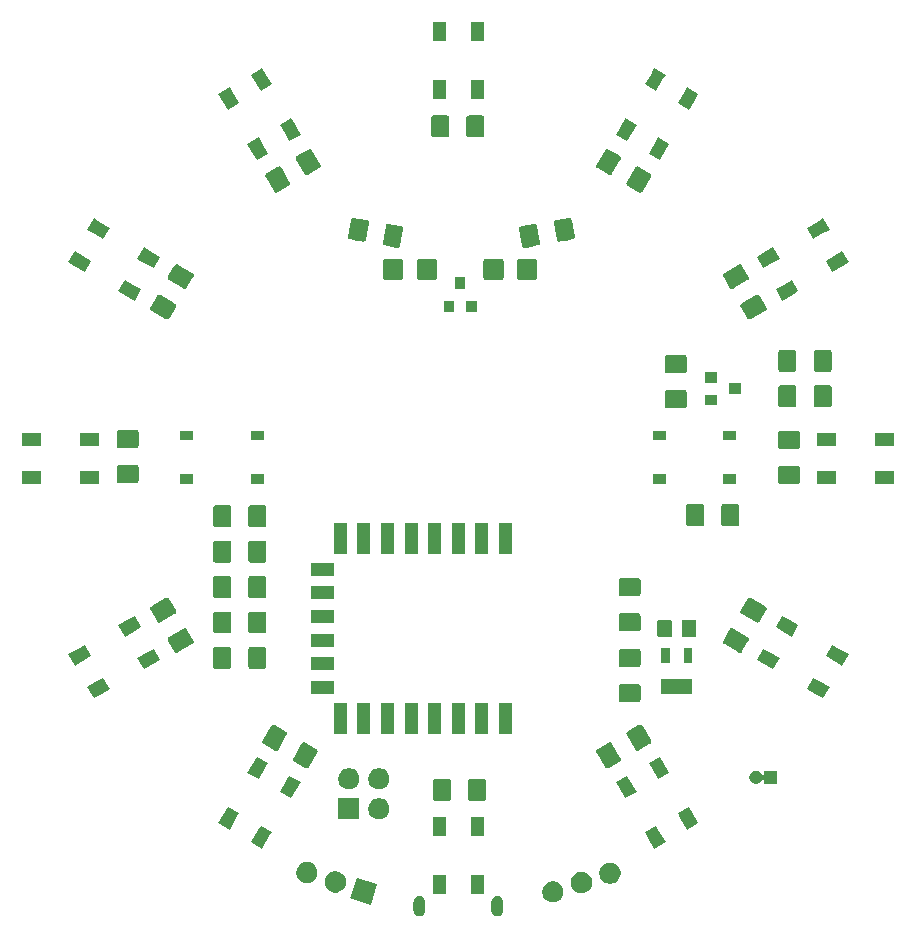
<source format=gts>
G04 #@! TF.GenerationSoftware,KiCad,Pcbnew,(5.1.5)-3*
G04 #@! TF.CreationDate,2020-02-24T13:55:18+01:00*
G04 #@! TF.ProjectId,Badge,42616467-652e-46b6-9963-61645f706362,rev?*
G04 #@! TF.SameCoordinates,PX3473bc0PY3567e00*
G04 #@! TF.FileFunction,Soldermask,Top*
G04 #@! TF.FilePolarity,Negative*
%FSLAX46Y46*%
G04 Gerber Fmt 4.6, Leading zero omitted, Abs format (unit mm)*
G04 Created by KiCad (PCBNEW (5.1.5)-3) date 2020-02-24 13:55:18*
%MOMM*%
%LPD*%
G04 APERTURE LIST*
%ADD10C,0.100000*%
G04 APERTURE END LIST*
D10*
G36*
X-3201787Y-37156249D02*
G01*
X-3107348Y-37184897D01*
X-3020313Y-37231418D01*
X-2944025Y-37294025D01*
X-2881418Y-37370313D01*
X-2834897Y-37457348D01*
X-2806249Y-37551787D01*
X-2799000Y-37625388D01*
X-2799000Y-38374612D01*
X-2806249Y-38448213D01*
X-2834897Y-38542652D01*
X-2881418Y-38629687D01*
X-2944025Y-38705975D01*
X-3020313Y-38768582D01*
X-3107349Y-38815103D01*
X-3201788Y-38843751D01*
X-3300000Y-38853424D01*
X-3398213Y-38843751D01*
X-3492652Y-38815103D01*
X-3579687Y-38768582D01*
X-3655975Y-38705975D01*
X-3718582Y-38629687D01*
X-3765103Y-38542651D01*
X-3793751Y-38448212D01*
X-3801000Y-38374611D01*
X-3801000Y-37625398D01*
X-3793750Y-37551789D01*
X-3793750Y-37551787D01*
X-3765102Y-37457348D01*
X-3718581Y-37370313D01*
X-3655974Y-37294025D01*
X-3579686Y-37231418D01*
X-3492651Y-37184897D01*
X-3398212Y-37156249D01*
X-3300000Y-37146576D01*
X-3201787Y-37156249D01*
G37*
G36*
X3398213Y-37156249D02*
G01*
X3492652Y-37184897D01*
X3579687Y-37231418D01*
X3655975Y-37294025D01*
X3718582Y-37370313D01*
X3765103Y-37457348D01*
X3793751Y-37551787D01*
X3801000Y-37625388D01*
X3801000Y-38374612D01*
X3793751Y-38448213D01*
X3765103Y-38542652D01*
X3718582Y-38629687D01*
X3655975Y-38705975D01*
X3579687Y-38768582D01*
X3492651Y-38815103D01*
X3398212Y-38843751D01*
X3300000Y-38853424D01*
X3201787Y-38843751D01*
X3107348Y-38815103D01*
X3020313Y-38768582D01*
X2944025Y-38705975D01*
X2881418Y-38629687D01*
X2834897Y-38542651D01*
X2806249Y-38448212D01*
X2799000Y-38374611D01*
X2799000Y-37625398D01*
X2806250Y-37551789D01*
X2806250Y-37551787D01*
X2834898Y-37457348D01*
X2881419Y-37370313D01*
X2944026Y-37294025D01*
X3020314Y-37231418D01*
X3107349Y-37184897D01*
X3201788Y-37156249D01*
X3300000Y-37146576D01*
X3398213Y-37156249D01*
G37*
G36*
X-6864674Y-36171522D02*
G01*
X-7421522Y-37885326D01*
X-9135326Y-37328478D01*
X-8578478Y-35614674D01*
X-6864674Y-36171522D01*
G37*
G36*
X8113512Y-35903927D02*
G01*
X8262812Y-35933624D01*
X8426784Y-36001544D01*
X8574354Y-36100147D01*
X8699853Y-36225646D01*
X8798456Y-36373216D01*
X8866376Y-36537188D01*
X8901000Y-36711259D01*
X8901000Y-36888741D01*
X8866376Y-37062812D01*
X8798456Y-37226784D01*
X8699853Y-37374354D01*
X8574354Y-37499853D01*
X8426784Y-37598456D01*
X8262812Y-37666376D01*
X8113512Y-37696073D01*
X8088742Y-37701000D01*
X7911258Y-37701000D01*
X7886488Y-37696073D01*
X7737188Y-37666376D01*
X7573216Y-37598456D01*
X7425646Y-37499853D01*
X7300147Y-37374354D01*
X7201544Y-37226784D01*
X7133624Y-37062812D01*
X7099000Y-36888741D01*
X7099000Y-36711259D01*
X7133624Y-36537188D01*
X7201544Y-36373216D01*
X7300147Y-36225646D01*
X7425646Y-36100147D01*
X7573216Y-36001544D01*
X7737188Y-35933624D01*
X7886488Y-35903927D01*
X7911258Y-35899000D01*
X8088742Y-35899000D01*
X8113512Y-35903927D01*
G37*
G36*
X2151000Y-37006000D02*
G01*
X1049000Y-37006000D01*
X1049000Y-35404000D01*
X2151000Y-35404000D01*
X2151000Y-37006000D01*
G37*
G36*
X-1049000Y-37006000D02*
G01*
X-2151000Y-37006000D01*
X-2151000Y-35404000D01*
X-1049000Y-35404000D01*
X-1049000Y-37006000D01*
G37*
G36*
X10529196Y-35119024D02*
G01*
X10678496Y-35148721D01*
X10842468Y-35216641D01*
X10990038Y-35315244D01*
X11115537Y-35440743D01*
X11214140Y-35588313D01*
X11282060Y-35752285D01*
X11316684Y-35926356D01*
X11316684Y-36103838D01*
X11282060Y-36277909D01*
X11214140Y-36441881D01*
X11115537Y-36589451D01*
X10990038Y-36714950D01*
X10842468Y-36813553D01*
X10678496Y-36881473D01*
X10529196Y-36911170D01*
X10504426Y-36916097D01*
X10326942Y-36916097D01*
X10302172Y-36911170D01*
X10152872Y-36881473D01*
X9988900Y-36813553D01*
X9841330Y-36714950D01*
X9715831Y-36589451D01*
X9617228Y-36441881D01*
X9549308Y-36277909D01*
X9514684Y-36103838D01*
X9514684Y-35926356D01*
X9549308Y-35752285D01*
X9617228Y-35588313D01*
X9715831Y-35440743D01*
X9841330Y-35315244D01*
X9988900Y-35216641D01*
X10152872Y-35148721D01*
X10302172Y-35119024D01*
X10326942Y-35114097D01*
X10504426Y-35114097D01*
X10529196Y-35119024D01*
G37*
G36*
X-10302172Y-35069024D02*
G01*
X-10152872Y-35098721D01*
X-9988900Y-35166641D01*
X-9841330Y-35265244D01*
X-9715831Y-35390743D01*
X-9617228Y-35538313D01*
X-9549308Y-35702285D01*
X-9514684Y-35876356D01*
X-9514684Y-36053838D01*
X-9549308Y-36227909D01*
X-9617228Y-36391881D01*
X-9715831Y-36539451D01*
X-9841330Y-36664950D01*
X-9988900Y-36763553D01*
X-10152872Y-36831473D01*
X-10302172Y-36861170D01*
X-10326942Y-36866097D01*
X-10504426Y-36866097D01*
X-10529196Y-36861170D01*
X-10678496Y-36831473D01*
X-10842468Y-36763553D01*
X-10990038Y-36664950D01*
X-11115537Y-36539451D01*
X-11214140Y-36391881D01*
X-11282060Y-36227909D01*
X-11316684Y-36053838D01*
X-11316684Y-35876356D01*
X-11282060Y-35702285D01*
X-11214140Y-35538313D01*
X-11115537Y-35390743D01*
X-10990038Y-35265244D01*
X-10842468Y-35166641D01*
X-10678496Y-35098721D01*
X-10529196Y-35069024D01*
X-10504426Y-35064097D01*
X-10326942Y-35064097D01*
X-10302172Y-35069024D01*
G37*
G36*
X12944879Y-34334121D02*
G01*
X13094179Y-34363818D01*
X13258151Y-34431738D01*
X13405721Y-34530341D01*
X13531220Y-34655840D01*
X13629823Y-34803410D01*
X13697743Y-34967382D01*
X13732367Y-35141453D01*
X13732367Y-35318935D01*
X13697743Y-35493006D01*
X13629823Y-35656978D01*
X13531220Y-35804548D01*
X13405721Y-35930047D01*
X13258151Y-36028650D01*
X13094179Y-36096570D01*
X12944879Y-36126267D01*
X12920109Y-36131194D01*
X12742625Y-36131194D01*
X12717855Y-36126267D01*
X12568555Y-36096570D01*
X12404583Y-36028650D01*
X12257013Y-35930047D01*
X12131514Y-35804548D01*
X12032911Y-35656978D01*
X11964991Y-35493006D01*
X11930367Y-35318935D01*
X11930367Y-35141453D01*
X11964991Y-34967382D01*
X12032911Y-34803410D01*
X12131514Y-34655840D01*
X12257013Y-34530341D01*
X12404583Y-34431738D01*
X12568555Y-34363818D01*
X12717855Y-34334121D01*
X12742625Y-34329194D01*
X12920109Y-34329194D01*
X12944879Y-34334121D01*
G37*
G36*
X-12717855Y-34284121D02*
G01*
X-12568555Y-34313818D01*
X-12404583Y-34381738D01*
X-12257013Y-34480341D01*
X-12131514Y-34605840D01*
X-12032911Y-34753410D01*
X-11964991Y-34917382D01*
X-11930367Y-35091453D01*
X-11930367Y-35268935D01*
X-11964991Y-35443006D01*
X-12032911Y-35606978D01*
X-12131514Y-35754548D01*
X-12257013Y-35880047D01*
X-12404583Y-35978650D01*
X-12568555Y-36046570D01*
X-12717855Y-36076267D01*
X-12742625Y-36081194D01*
X-12920109Y-36081194D01*
X-12944879Y-36076267D01*
X-13094179Y-36046570D01*
X-13258151Y-35978650D01*
X-13405721Y-35880047D01*
X-13531220Y-35754548D01*
X-13629823Y-35606978D01*
X-13697743Y-35443006D01*
X-13732367Y-35268935D01*
X-13732367Y-35091453D01*
X-13697743Y-34917382D01*
X-13629823Y-34753410D01*
X-13531220Y-34605840D01*
X-13405721Y-34480341D01*
X-13258151Y-34381738D01*
X-13094179Y-34313818D01*
X-12944879Y-34284121D01*
X-12920109Y-34279194D01*
X-12742625Y-34279194D01*
X-12717855Y-34284121D01*
G37*
G36*
X-15789178Y-31749659D02*
G01*
X-15789178Y-31749660D01*
X-15994911Y-32106000D01*
X-16590178Y-33137033D01*
X-17544538Y-32586033D01*
X-17544538Y-32586032D01*
X-16938898Y-31537033D01*
X-16743538Y-31198659D01*
X-15789178Y-31749659D01*
G37*
G36*
X16938899Y-31537033D02*
G01*
X17544539Y-32586032D01*
X17544539Y-32586033D01*
X16590179Y-33137033D01*
X15994912Y-32106000D01*
X15789179Y-31749660D01*
X15789179Y-31749659D01*
X16743539Y-31198659D01*
X16938899Y-31537033D01*
G37*
G36*
X2151000Y-32106000D02*
G01*
X1049000Y-32106000D01*
X1049000Y-30504000D01*
X2151000Y-30504000D01*
X2151000Y-32106000D01*
G37*
G36*
X-1049000Y-32106000D02*
G01*
X-2151000Y-32106000D01*
X-2151000Y-30504000D01*
X-1049000Y-30504000D01*
X-1049000Y-32106000D01*
G37*
G36*
X19765479Y-30032812D02*
G01*
X20315821Y-30986032D01*
X20315821Y-30986033D01*
X19361461Y-31537033D01*
X18802253Y-30568456D01*
X18560461Y-30149660D01*
X18560461Y-30149659D01*
X19514821Y-29598659D01*
X19765479Y-30032812D01*
G37*
G36*
X-18560460Y-30149659D02*
G01*
X-18560460Y-30149660D01*
X-18802252Y-30568456D01*
X-19361460Y-31537033D01*
X-20315820Y-30986033D01*
X-20315820Y-30986032D01*
X-19765478Y-30032812D01*
X-19514820Y-29598659D01*
X-18560460Y-30149659D01*
G37*
G36*
X-6616488Y-28873927D02*
G01*
X-6467188Y-28903624D01*
X-6303216Y-28971544D01*
X-6155646Y-29070147D01*
X-6030147Y-29195646D01*
X-5931544Y-29343216D01*
X-5863624Y-29507188D01*
X-5829000Y-29681259D01*
X-5829000Y-29858741D01*
X-5863624Y-30032812D01*
X-5931544Y-30196784D01*
X-6030147Y-30344354D01*
X-6155646Y-30469853D01*
X-6303216Y-30568456D01*
X-6467188Y-30636376D01*
X-6616488Y-30666073D01*
X-6641258Y-30671000D01*
X-6818742Y-30671000D01*
X-6843512Y-30666073D01*
X-6992812Y-30636376D01*
X-7156784Y-30568456D01*
X-7304354Y-30469853D01*
X-7429853Y-30344354D01*
X-7528456Y-30196784D01*
X-7596376Y-30032812D01*
X-7631000Y-29858741D01*
X-7631000Y-29681259D01*
X-7596376Y-29507188D01*
X-7528456Y-29343216D01*
X-7429853Y-29195646D01*
X-7304354Y-29070147D01*
X-7156784Y-28971544D01*
X-6992812Y-28903624D01*
X-6843512Y-28873927D01*
X-6818742Y-28869000D01*
X-6641258Y-28869000D01*
X-6616488Y-28873927D01*
G37*
G36*
X-8369000Y-30671000D02*
G01*
X-10171000Y-30671000D01*
X-10171000Y-28869000D01*
X-8369000Y-28869000D01*
X-8369000Y-30671000D01*
G37*
G36*
X2200562Y-27278181D02*
G01*
X2235481Y-27288774D01*
X2267663Y-27305976D01*
X2295873Y-27329127D01*
X2319024Y-27357337D01*
X2336226Y-27389519D01*
X2346819Y-27424438D01*
X2351000Y-27466895D01*
X2351000Y-28933105D01*
X2346819Y-28975562D01*
X2336226Y-29010481D01*
X2319024Y-29042663D01*
X2295873Y-29070873D01*
X2267663Y-29094024D01*
X2235481Y-29111226D01*
X2200562Y-29121819D01*
X2158105Y-29126000D01*
X1016895Y-29126000D01*
X974438Y-29121819D01*
X939519Y-29111226D01*
X907337Y-29094024D01*
X879127Y-29070873D01*
X855976Y-29042663D01*
X838774Y-29010481D01*
X828181Y-28975562D01*
X824000Y-28933105D01*
X824000Y-27466895D01*
X828181Y-27424438D01*
X838774Y-27389519D01*
X855976Y-27357337D01*
X879127Y-27329127D01*
X907337Y-27305976D01*
X939519Y-27288774D01*
X974438Y-27278181D01*
X1016895Y-27274000D01*
X2158105Y-27274000D01*
X2200562Y-27278181D01*
G37*
G36*
X-774438Y-27278181D02*
G01*
X-739519Y-27288774D01*
X-707337Y-27305976D01*
X-679127Y-27329127D01*
X-655976Y-27357337D01*
X-638774Y-27389519D01*
X-628181Y-27424438D01*
X-624000Y-27466895D01*
X-624000Y-28933105D01*
X-628181Y-28975562D01*
X-638774Y-29010481D01*
X-655976Y-29042663D01*
X-679127Y-29070873D01*
X-707337Y-29094024D01*
X-739519Y-29111226D01*
X-774438Y-29121819D01*
X-816895Y-29126000D01*
X-1958105Y-29126000D01*
X-2000562Y-29121819D01*
X-2035481Y-29111226D01*
X-2067663Y-29094024D01*
X-2095873Y-29070873D01*
X-2119024Y-29042663D01*
X-2136226Y-29010481D01*
X-2146819Y-28975562D01*
X-2151000Y-28933105D01*
X-2151000Y-27466895D01*
X-2146819Y-27424438D01*
X-2136226Y-27389519D01*
X-2119024Y-27357337D01*
X-2095873Y-27329127D01*
X-2067663Y-27305976D01*
X-2035481Y-27288774D01*
X-2000562Y-27278181D01*
X-1958105Y-27274000D01*
X-816895Y-27274000D01*
X-774438Y-27278181D01*
G37*
G36*
X-13339178Y-27506135D02*
G01*
X-13339178Y-27506136D01*
X-13583811Y-27929852D01*
X-14140178Y-28893509D01*
X-15094538Y-28342509D01*
X-15094538Y-28342508D01*
X-14573114Y-27439376D01*
X-14293538Y-26955135D01*
X-13339178Y-27506135D01*
G37*
G36*
X14573115Y-27439376D02*
G01*
X15094539Y-28342508D01*
X15094539Y-28342509D01*
X14140179Y-28893509D01*
X13583812Y-27929852D01*
X13339179Y-27506136D01*
X13339179Y-27506135D01*
X14293539Y-26955135D01*
X14573115Y-27439376D01*
G37*
G36*
X-6631239Y-26330993D02*
G01*
X-6467188Y-26363624D01*
X-6303216Y-26431544D01*
X-6155646Y-26530147D01*
X-6030147Y-26655646D01*
X-5931544Y-26803216D01*
X-5863624Y-26967188D01*
X-5829000Y-27141259D01*
X-5829000Y-27318741D01*
X-5863624Y-27492812D01*
X-5931544Y-27656784D01*
X-6030147Y-27804354D01*
X-6155646Y-27929853D01*
X-6303216Y-28028456D01*
X-6467188Y-28096376D01*
X-6616488Y-28126073D01*
X-6641258Y-28131000D01*
X-6818742Y-28131000D01*
X-6843512Y-28126073D01*
X-6992812Y-28096376D01*
X-7156784Y-28028456D01*
X-7304354Y-27929853D01*
X-7429853Y-27804354D01*
X-7528456Y-27656784D01*
X-7596376Y-27492812D01*
X-7631000Y-27318741D01*
X-7631000Y-27141259D01*
X-7596376Y-26967188D01*
X-7528456Y-26803216D01*
X-7429853Y-26655646D01*
X-7304354Y-26530147D01*
X-7156784Y-26431544D01*
X-6992812Y-26363624D01*
X-6828761Y-26330993D01*
X-6818742Y-26329000D01*
X-6641258Y-26329000D01*
X-6631239Y-26330993D01*
G37*
G36*
X-9171239Y-26330993D02*
G01*
X-9007188Y-26363624D01*
X-8843216Y-26431544D01*
X-8695646Y-26530147D01*
X-8570147Y-26655646D01*
X-8471544Y-26803216D01*
X-8403624Y-26967188D01*
X-8369000Y-27141259D01*
X-8369000Y-27318741D01*
X-8403624Y-27492812D01*
X-8471544Y-27656784D01*
X-8570147Y-27804354D01*
X-8695646Y-27929853D01*
X-8843216Y-28028456D01*
X-9007188Y-28096376D01*
X-9156488Y-28126073D01*
X-9181258Y-28131000D01*
X-9358742Y-28131000D01*
X-9383512Y-28126073D01*
X-9532812Y-28096376D01*
X-9696784Y-28028456D01*
X-9844354Y-27929853D01*
X-9969853Y-27804354D01*
X-10068456Y-27656784D01*
X-10136376Y-27492812D01*
X-10171000Y-27318741D01*
X-10171000Y-27141259D01*
X-10136376Y-26967188D01*
X-10068456Y-26803216D01*
X-9969853Y-26655646D01*
X-9844354Y-26530147D01*
X-9696784Y-26431544D01*
X-9532812Y-26363624D01*
X-9368761Y-26330993D01*
X-9358742Y-26329000D01*
X-9181258Y-26329000D01*
X-9171239Y-26330993D01*
G37*
G36*
X25360721Y-26570174D02*
G01*
X25460995Y-26611709D01*
X25460996Y-26611710D01*
X25551242Y-26672010D01*
X25627990Y-26748758D01*
X25627991Y-26748760D01*
X25690068Y-26841664D01*
X25705614Y-26860606D01*
X25724556Y-26876151D01*
X25746167Y-26887702D01*
X25769615Y-26894815D01*
X25794002Y-26897217D01*
X25818388Y-26894815D01*
X25841837Y-26887702D01*
X25863447Y-26876151D01*
X25882389Y-26860605D01*
X25897934Y-26841663D01*
X25909485Y-26820052D01*
X25916598Y-26796604D01*
X25919000Y-26772218D01*
X25919000Y-26549000D01*
X27021000Y-26549000D01*
X27021000Y-27651000D01*
X25919000Y-27651000D01*
X25919000Y-27427782D01*
X25916598Y-27403396D01*
X25909485Y-27379947D01*
X25897934Y-27358336D01*
X25882389Y-27339394D01*
X25863447Y-27323849D01*
X25841836Y-27312298D01*
X25818387Y-27305185D01*
X25794001Y-27302783D01*
X25769615Y-27305185D01*
X25746166Y-27312298D01*
X25724555Y-27323849D01*
X25705613Y-27339394D01*
X25690068Y-27358336D01*
X25648988Y-27419816D01*
X25627990Y-27451242D01*
X25551242Y-27527990D01*
X25505812Y-27558345D01*
X25460995Y-27588291D01*
X25360721Y-27629826D01*
X25254270Y-27651000D01*
X25145730Y-27651000D01*
X25039279Y-27629826D01*
X24939005Y-27588291D01*
X24894188Y-27558345D01*
X24848758Y-27527990D01*
X24772010Y-27451242D01*
X24730768Y-27389519D01*
X24711709Y-27360995D01*
X24670174Y-27260721D01*
X24649000Y-27154270D01*
X24649000Y-27045730D01*
X24670174Y-26939279D01*
X24711709Y-26839005D01*
X24772009Y-26748760D01*
X24772010Y-26748758D01*
X24848758Y-26672010D01*
X24939004Y-26611710D01*
X24939005Y-26611709D01*
X25039279Y-26570174D01*
X25145730Y-26549000D01*
X25254270Y-26549000D01*
X25360721Y-26570174D01*
G37*
G36*
X-16110460Y-25906135D02*
G01*
X-16110460Y-25906136D01*
X-16365916Y-26348598D01*
X-16911460Y-27293509D01*
X-17865820Y-26742509D01*
X-17865820Y-26742508D01*
X-17320443Y-25797887D01*
X-17064820Y-25355135D01*
X-16110460Y-25906135D01*
G37*
G36*
X17320444Y-25797887D02*
G01*
X17865821Y-26742508D01*
X17865821Y-26742509D01*
X16911461Y-27293509D01*
X16365917Y-26348598D01*
X16110461Y-25906136D01*
X16110461Y-25906135D01*
X17064821Y-25355135D01*
X17320444Y-25797887D01*
G37*
G36*
X12889816Y-24135365D02*
G01*
X12923975Y-24148221D01*
X12954962Y-24167490D01*
X12981594Y-24192434D01*
X13006445Y-24227113D01*
X13043942Y-24292060D01*
X13043945Y-24292064D01*
X13702050Y-25431935D01*
X13702053Y-25431941D01*
X13739551Y-25496890D01*
X13757156Y-25535746D01*
X13765443Y-25571283D01*
X13766637Y-25607758D01*
X13760693Y-25643758D01*
X13747837Y-25677917D01*
X13728568Y-25708904D01*
X13703624Y-25735536D01*
X13668945Y-25760387D01*
X13603998Y-25797884D01*
X13603994Y-25797887D01*
X12745581Y-26293492D01*
X12745575Y-26293495D01*
X12680626Y-26330993D01*
X12641770Y-26348598D01*
X12606233Y-26356885D01*
X12569758Y-26358079D01*
X12533758Y-26352135D01*
X12499599Y-26339279D01*
X12468612Y-26320010D01*
X12441980Y-26295066D01*
X12417129Y-26260387D01*
X12379632Y-26195440D01*
X12379629Y-26195436D01*
X11721524Y-25055565D01*
X11721521Y-25055559D01*
X11684023Y-24990610D01*
X11666418Y-24951754D01*
X11658131Y-24916217D01*
X11656937Y-24879742D01*
X11662881Y-24843742D01*
X11675737Y-24809583D01*
X11695006Y-24778596D01*
X11719950Y-24751964D01*
X11754629Y-24727113D01*
X11819576Y-24689616D01*
X11819580Y-24689613D01*
X12677993Y-24194008D01*
X12677999Y-24194005D01*
X12742948Y-24156507D01*
X12781804Y-24138902D01*
X12817341Y-24130615D01*
X12853816Y-24129421D01*
X12889816Y-24135365D01*
G37*
G36*
X-13067341Y-24130615D02*
G01*
X-13031804Y-24138902D01*
X-12992948Y-24156507D01*
X-12927999Y-24194005D01*
X-12927993Y-24194008D01*
X-12069580Y-24689613D01*
X-12069576Y-24689616D01*
X-12004629Y-24727113D01*
X-11969950Y-24751964D01*
X-11945006Y-24778596D01*
X-11925737Y-24809583D01*
X-11912881Y-24843742D01*
X-11906937Y-24879742D01*
X-11908131Y-24916217D01*
X-11916418Y-24951754D01*
X-11934023Y-24990610D01*
X-11971521Y-25055559D01*
X-11971524Y-25055565D01*
X-12629629Y-26195436D01*
X-12629632Y-26195440D01*
X-12667129Y-26260387D01*
X-12691980Y-26295066D01*
X-12718612Y-26320010D01*
X-12749599Y-26339279D01*
X-12783758Y-26352135D01*
X-12819758Y-26358079D01*
X-12856233Y-26356885D01*
X-12891770Y-26348598D01*
X-12930626Y-26330993D01*
X-12995575Y-26293495D01*
X-12995581Y-26293492D01*
X-13853994Y-25797887D01*
X-13853998Y-25797884D01*
X-13918945Y-25760387D01*
X-13953624Y-25735536D01*
X-13978568Y-25708904D01*
X-13997837Y-25677917D01*
X-14010693Y-25643758D01*
X-14016637Y-25607758D01*
X-14015443Y-25571283D01*
X-14007156Y-25535746D01*
X-13989551Y-25496890D01*
X-13952053Y-25431941D01*
X-13952050Y-25431935D01*
X-13293945Y-24292064D01*
X-13293942Y-24292060D01*
X-13256445Y-24227113D01*
X-13231594Y-24192434D01*
X-13204962Y-24167490D01*
X-13173975Y-24148221D01*
X-13139816Y-24135365D01*
X-13103816Y-24129421D01*
X-13067341Y-24130615D01*
G37*
G36*
X-15643767Y-22643115D02*
G01*
X-15608230Y-22651402D01*
X-15569374Y-22669007D01*
X-15504425Y-22706505D01*
X-15504419Y-22706508D01*
X-14646006Y-23202113D01*
X-14646002Y-23202116D01*
X-14581055Y-23239613D01*
X-14546376Y-23264464D01*
X-14521432Y-23291096D01*
X-14502163Y-23322083D01*
X-14489307Y-23356242D01*
X-14483363Y-23392242D01*
X-14484557Y-23428717D01*
X-14492844Y-23464254D01*
X-14510449Y-23503110D01*
X-14547947Y-23568059D01*
X-14547950Y-23568065D01*
X-15206055Y-24707936D01*
X-15206058Y-24707940D01*
X-15243555Y-24772887D01*
X-15268406Y-24807566D01*
X-15295038Y-24832510D01*
X-15326025Y-24851779D01*
X-15360184Y-24864635D01*
X-15396184Y-24870579D01*
X-15432659Y-24869385D01*
X-15468196Y-24861098D01*
X-15507052Y-24843493D01*
X-15572001Y-24805995D01*
X-15572007Y-24805992D01*
X-16430420Y-24310387D01*
X-16430424Y-24310384D01*
X-16495371Y-24272887D01*
X-16530050Y-24248036D01*
X-16554994Y-24221404D01*
X-16574263Y-24190417D01*
X-16587119Y-24156258D01*
X-16593063Y-24120258D01*
X-16591869Y-24083783D01*
X-16583582Y-24048246D01*
X-16565977Y-24009390D01*
X-16528479Y-23944441D01*
X-16528476Y-23944435D01*
X-15870371Y-22804564D01*
X-15870368Y-22804560D01*
X-15832871Y-22739613D01*
X-15808020Y-22704934D01*
X-15781388Y-22679990D01*
X-15750401Y-22660721D01*
X-15716242Y-22647865D01*
X-15680242Y-22641921D01*
X-15643767Y-22643115D01*
G37*
G36*
X15466242Y-22647865D02*
G01*
X15500401Y-22660721D01*
X15531388Y-22679990D01*
X15558020Y-22704934D01*
X15582871Y-22739613D01*
X15620368Y-22804560D01*
X15620371Y-22804564D01*
X16278476Y-23944435D01*
X16278479Y-23944441D01*
X16315977Y-24009390D01*
X16333582Y-24048246D01*
X16341869Y-24083783D01*
X16343063Y-24120258D01*
X16337119Y-24156258D01*
X16324263Y-24190417D01*
X16304994Y-24221404D01*
X16280050Y-24248036D01*
X16245371Y-24272887D01*
X16180424Y-24310384D01*
X16180420Y-24310387D01*
X15322007Y-24805992D01*
X15322001Y-24805995D01*
X15257052Y-24843493D01*
X15218196Y-24861098D01*
X15182659Y-24869385D01*
X15146184Y-24870579D01*
X15110184Y-24864635D01*
X15076025Y-24851779D01*
X15045038Y-24832510D01*
X15018406Y-24807566D01*
X14993555Y-24772887D01*
X14956058Y-24707940D01*
X14956055Y-24707936D01*
X14297950Y-23568065D01*
X14297947Y-23568059D01*
X14260449Y-23503110D01*
X14242844Y-23464254D01*
X14234557Y-23428717D01*
X14233363Y-23392242D01*
X14239307Y-23356242D01*
X14252163Y-23322083D01*
X14271432Y-23291096D01*
X14296376Y-23264464D01*
X14331055Y-23239613D01*
X14396002Y-23202116D01*
X14396006Y-23202113D01*
X15254419Y-22706508D01*
X15254425Y-22706505D01*
X15319374Y-22669007D01*
X15358230Y-22651402D01*
X15393767Y-22643115D01*
X15430242Y-22641921D01*
X15466242Y-22647865D01*
G37*
G36*
X4551000Y-23401000D02*
G01*
X3449000Y-23401000D01*
X3449000Y-20799000D01*
X4551000Y-20799000D01*
X4551000Y-23401000D01*
G37*
G36*
X-3449000Y-23401000D02*
G01*
X-4551000Y-23401000D01*
X-4551000Y-20799000D01*
X-3449000Y-20799000D01*
X-3449000Y-23401000D01*
G37*
G36*
X-9449000Y-23401000D02*
G01*
X-10551000Y-23401000D01*
X-10551000Y-20799000D01*
X-9449000Y-20799000D01*
X-9449000Y-23401000D01*
G37*
G36*
X-7449000Y-23401000D02*
G01*
X-8551000Y-23401000D01*
X-8551000Y-20799000D01*
X-7449000Y-20799000D01*
X-7449000Y-23401000D01*
G37*
G36*
X551000Y-23401000D02*
G01*
X-551000Y-23401000D01*
X-551000Y-20799000D01*
X551000Y-20799000D01*
X551000Y-23401000D01*
G37*
G36*
X-5449000Y-23401000D02*
G01*
X-6551000Y-23401000D01*
X-6551000Y-20799000D01*
X-5449000Y-20799000D01*
X-5449000Y-23401000D01*
G37*
G36*
X2551000Y-23401000D02*
G01*
X1449000Y-23401000D01*
X1449000Y-20799000D01*
X2551000Y-20799000D01*
X2551000Y-23401000D01*
G37*
G36*
X-1449000Y-23401000D02*
G01*
X-2551000Y-23401000D01*
X-2551000Y-20799000D01*
X-1449000Y-20799000D01*
X-1449000Y-23401000D01*
G37*
G36*
X15275562Y-19228181D02*
G01*
X15310481Y-19238774D01*
X15342663Y-19255976D01*
X15370873Y-19279127D01*
X15394024Y-19307337D01*
X15411226Y-19339519D01*
X15421819Y-19374438D01*
X15426000Y-19416895D01*
X15426000Y-20558105D01*
X15421819Y-20600562D01*
X15411226Y-20635481D01*
X15394024Y-20667663D01*
X15370873Y-20695873D01*
X15342663Y-20719024D01*
X15310481Y-20736226D01*
X15275562Y-20746819D01*
X15233105Y-20751000D01*
X13766895Y-20751000D01*
X13724438Y-20746819D01*
X13689519Y-20736226D01*
X13657337Y-20719024D01*
X13629127Y-20695873D01*
X13605976Y-20667663D01*
X13588774Y-20635481D01*
X13578181Y-20600562D01*
X13574000Y-20558105D01*
X13574000Y-19416895D01*
X13578181Y-19374438D01*
X13588774Y-19339519D01*
X13605976Y-19307337D01*
X13629127Y-19279127D01*
X13657337Y-19255976D01*
X13689519Y-19238774D01*
X13724438Y-19228181D01*
X13766895Y-19224000D01*
X15233105Y-19224000D01*
X15275562Y-19228181D01*
G37*
G36*
X-29498659Y-19614820D02*
G01*
X-30192346Y-20015320D01*
X-30886032Y-20415820D01*
X-30886033Y-20415820D01*
X-31437033Y-19461460D01*
X-30743346Y-19060960D01*
X-30049660Y-18660460D01*
X-30049659Y-18660460D01*
X-29498659Y-19614820D01*
G37*
G36*
X30743346Y-19060960D02*
G01*
X31437033Y-19461460D01*
X30886033Y-20415820D01*
X30886032Y-20415820D01*
X30192346Y-20015320D01*
X29498659Y-19614820D01*
X30049659Y-18660460D01*
X30049660Y-18660460D01*
X30743346Y-19060960D01*
G37*
G36*
X-10549000Y-20051000D02*
G01*
X-12451000Y-20051000D01*
X-12451000Y-18949000D01*
X-10549000Y-18949000D01*
X-10549000Y-20051000D01*
G37*
G36*
X19801000Y-20026000D02*
G01*
X17199000Y-20026000D01*
X17199000Y-18774000D01*
X19801000Y-18774000D01*
X19801000Y-20026000D01*
G37*
G36*
X-10549000Y-18051000D02*
G01*
X-12451000Y-18051000D01*
X-12451000Y-16949000D01*
X-10549000Y-16949000D01*
X-10549000Y-18051000D01*
G37*
G36*
X26436876Y-16574618D02*
G01*
X27193509Y-17011460D01*
X26642509Y-17965820D01*
X26642508Y-17965820D01*
X25849723Y-17508105D01*
X25255135Y-17164820D01*
X25806135Y-16210460D01*
X25806136Y-16210460D01*
X26436876Y-16574618D01*
G37*
G36*
X-25255135Y-17164820D02*
G01*
X-25849723Y-17508105D01*
X-26642508Y-17965820D01*
X-26642509Y-17965820D01*
X-27193509Y-17011460D01*
X-26436876Y-16574618D01*
X-25806136Y-16210460D01*
X-25806135Y-16210460D01*
X-25255135Y-17164820D01*
G37*
G36*
X-19374438Y-16078181D02*
G01*
X-19339519Y-16088774D01*
X-19307337Y-16105976D01*
X-19279127Y-16129127D01*
X-19255976Y-16157337D01*
X-19238774Y-16189519D01*
X-19228181Y-16224438D01*
X-19224000Y-16266895D01*
X-19224000Y-17733105D01*
X-19228181Y-17775562D01*
X-19238774Y-17810481D01*
X-19255976Y-17842663D01*
X-19279127Y-17870873D01*
X-19307337Y-17894024D01*
X-19339519Y-17911226D01*
X-19374438Y-17921819D01*
X-19416895Y-17926000D01*
X-20558105Y-17926000D01*
X-20600562Y-17921819D01*
X-20635481Y-17911226D01*
X-20667663Y-17894024D01*
X-20695873Y-17870873D01*
X-20719024Y-17842663D01*
X-20736226Y-17810481D01*
X-20746819Y-17775562D01*
X-20751000Y-17733105D01*
X-20751000Y-16266895D01*
X-20746819Y-16224438D01*
X-20736226Y-16189519D01*
X-20719024Y-16157337D01*
X-20695873Y-16129127D01*
X-20667663Y-16105976D01*
X-20635481Y-16088774D01*
X-20600562Y-16078181D01*
X-20558105Y-16074000D01*
X-19416895Y-16074000D01*
X-19374438Y-16078181D01*
G37*
G36*
X-16399438Y-16078181D02*
G01*
X-16364519Y-16088774D01*
X-16332337Y-16105976D01*
X-16304127Y-16129127D01*
X-16280976Y-16157337D01*
X-16263774Y-16189519D01*
X-16253181Y-16224438D01*
X-16249000Y-16266895D01*
X-16249000Y-17733105D01*
X-16253181Y-17775562D01*
X-16263774Y-17810481D01*
X-16280976Y-17842663D01*
X-16304127Y-17870873D01*
X-16332337Y-17894024D01*
X-16364519Y-17911226D01*
X-16399438Y-17921819D01*
X-16441895Y-17926000D01*
X-17583105Y-17926000D01*
X-17625562Y-17921819D01*
X-17660481Y-17911226D01*
X-17692663Y-17894024D01*
X-17720873Y-17870873D01*
X-17744024Y-17842663D01*
X-17761226Y-17810481D01*
X-17771819Y-17775562D01*
X-17776000Y-17733105D01*
X-17776000Y-16266895D01*
X-17771819Y-16224438D01*
X-17761226Y-16189519D01*
X-17744024Y-16157337D01*
X-17720873Y-16129127D01*
X-17692663Y-16105976D01*
X-17660481Y-16088774D01*
X-17625562Y-16078181D01*
X-17583105Y-16074000D01*
X-16441895Y-16074000D01*
X-16399438Y-16078181D01*
G37*
G36*
X15275562Y-16253181D02*
G01*
X15310481Y-16263774D01*
X15342663Y-16280976D01*
X15370873Y-16304127D01*
X15394024Y-16332337D01*
X15411226Y-16364519D01*
X15421819Y-16399438D01*
X15426000Y-16441895D01*
X15426000Y-17583105D01*
X15421819Y-17625562D01*
X15411226Y-17660481D01*
X15394024Y-17692663D01*
X15370873Y-17720873D01*
X15342663Y-17744024D01*
X15310481Y-17761226D01*
X15275562Y-17771819D01*
X15233105Y-17776000D01*
X13766895Y-17776000D01*
X13724438Y-17771819D01*
X13689519Y-17761226D01*
X13657337Y-17744024D01*
X13629127Y-17720873D01*
X13605976Y-17692663D01*
X13588774Y-17660481D01*
X13578181Y-17625562D01*
X13574000Y-17583105D01*
X13574000Y-16441895D01*
X13578181Y-16399438D01*
X13588774Y-16364519D01*
X13605976Y-16332337D01*
X13629127Y-16304127D01*
X13657337Y-16280976D01*
X13689519Y-16263774D01*
X13724438Y-16253181D01*
X13766895Y-16249000D01*
X15233105Y-16249000D01*
X15275562Y-16253181D01*
G37*
G36*
X-31098659Y-16843538D02*
G01*
X-31281325Y-16949000D01*
X-32486032Y-17644538D01*
X-32486033Y-17644538D01*
X-33037033Y-16690178D01*
X-32206136Y-16210460D01*
X-31649660Y-15889178D01*
X-31649659Y-15889178D01*
X-31098659Y-16843538D01*
G37*
G36*
X32206136Y-16210460D02*
G01*
X33037033Y-16690178D01*
X32486033Y-17644538D01*
X32486032Y-17644538D01*
X31281325Y-16949000D01*
X31098659Y-16843538D01*
X31649659Y-15889178D01*
X31649660Y-15889178D01*
X32206136Y-16210460D01*
G37*
G36*
X17901000Y-17426000D02*
G01*
X17199000Y-17426000D01*
X17199000Y-16174000D01*
X17901000Y-16174000D01*
X17901000Y-17426000D01*
G37*
G36*
X19801000Y-17426000D02*
G01*
X19099000Y-17426000D01*
X19099000Y-16174000D01*
X19801000Y-16174000D01*
X19801000Y-17426000D01*
G37*
G36*
X-23106242Y-14476806D02*
G01*
X-23072083Y-14489662D01*
X-23041096Y-14508931D01*
X-23014464Y-14533875D01*
X-22989613Y-14568554D01*
X-22952116Y-14633501D01*
X-22952113Y-14633505D01*
X-22456508Y-15491918D01*
X-22456505Y-15491924D01*
X-22419007Y-15556873D01*
X-22401402Y-15595729D01*
X-22393115Y-15631266D01*
X-22391921Y-15667741D01*
X-22397865Y-15703741D01*
X-22410721Y-15737900D01*
X-22429990Y-15768887D01*
X-22454934Y-15795519D01*
X-22489613Y-15820370D01*
X-22554560Y-15857867D01*
X-22554564Y-15857870D01*
X-23694435Y-16515975D01*
X-23694441Y-16515978D01*
X-23759390Y-16553476D01*
X-23798246Y-16571081D01*
X-23833783Y-16579368D01*
X-23870258Y-16580562D01*
X-23906258Y-16574618D01*
X-23940417Y-16561762D01*
X-23971404Y-16542493D01*
X-23998036Y-16517549D01*
X-24022887Y-16482870D01*
X-24060384Y-16417923D01*
X-24060387Y-16417919D01*
X-24555992Y-15559506D01*
X-24555995Y-15559500D01*
X-24593493Y-15494551D01*
X-24611098Y-15455695D01*
X-24619385Y-15420158D01*
X-24620579Y-15383683D01*
X-24614635Y-15347683D01*
X-24601779Y-15313524D01*
X-24582510Y-15282537D01*
X-24557566Y-15255905D01*
X-24522887Y-15231054D01*
X-24457940Y-15193557D01*
X-24457936Y-15193554D01*
X-23318065Y-14535449D01*
X-23318059Y-14535446D01*
X-23253110Y-14497948D01*
X-23214254Y-14480343D01*
X-23178717Y-14472056D01*
X-23142242Y-14470862D01*
X-23106242Y-14476806D01*
G37*
G36*
X23178717Y-14472056D02*
G01*
X23214254Y-14480343D01*
X23253110Y-14497948D01*
X23318059Y-14535446D01*
X23318065Y-14535449D01*
X24457936Y-15193554D01*
X24457940Y-15193557D01*
X24522887Y-15231054D01*
X24557566Y-15255905D01*
X24582510Y-15282537D01*
X24601779Y-15313524D01*
X24614635Y-15347683D01*
X24620579Y-15383683D01*
X24619385Y-15420158D01*
X24611098Y-15455695D01*
X24593493Y-15494551D01*
X24555995Y-15559500D01*
X24555992Y-15559506D01*
X24060387Y-16417919D01*
X24060384Y-16417923D01*
X24022887Y-16482870D01*
X23998036Y-16517549D01*
X23971404Y-16542493D01*
X23940417Y-16561762D01*
X23906258Y-16574618D01*
X23870258Y-16580562D01*
X23833783Y-16579368D01*
X23798246Y-16571081D01*
X23759390Y-16553476D01*
X23694441Y-16515978D01*
X23694435Y-16515975D01*
X22554564Y-15857870D01*
X22554560Y-15857867D01*
X22489613Y-15820370D01*
X22454934Y-15795519D01*
X22429990Y-15768887D01*
X22410721Y-15737900D01*
X22397865Y-15703741D01*
X22391921Y-15667741D01*
X22393115Y-15631266D01*
X22401402Y-15595729D01*
X22419007Y-15556873D01*
X22456505Y-15491924D01*
X22456508Y-15491918D01*
X22952113Y-14633505D01*
X22952116Y-14633501D01*
X22989613Y-14568554D01*
X23014464Y-14533875D01*
X23041096Y-14508931D01*
X23072083Y-14489662D01*
X23106242Y-14476806D01*
X23142242Y-14470862D01*
X23178717Y-14472056D01*
G37*
G36*
X-10549000Y-16051000D02*
G01*
X-12451000Y-16051000D01*
X-12451000Y-14949000D01*
X-10549000Y-14949000D01*
X-10549000Y-16051000D01*
G37*
G36*
X19988674Y-13753465D02*
G01*
X20026367Y-13764899D01*
X20061103Y-13783466D01*
X20091548Y-13808452D01*
X20116534Y-13838897D01*
X20135101Y-13873633D01*
X20146535Y-13911326D01*
X20151000Y-13956661D01*
X20151000Y-15043339D01*
X20146535Y-15088674D01*
X20135101Y-15126367D01*
X20116534Y-15161103D01*
X20091548Y-15191548D01*
X20061103Y-15216534D01*
X20026367Y-15235101D01*
X19988674Y-15246535D01*
X19943339Y-15251000D01*
X19106661Y-15251000D01*
X19061326Y-15246535D01*
X19023633Y-15235101D01*
X18988897Y-15216534D01*
X18958452Y-15191548D01*
X18933466Y-15161103D01*
X18914899Y-15126367D01*
X18903465Y-15088674D01*
X18899000Y-15043339D01*
X18899000Y-13956661D01*
X18903465Y-13911326D01*
X18914899Y-13873633D01*
X18933466Y-13838897D01*
X18958452Y-13808452D01*
X18988897Y-13783466D01*
X19023633Y-13764899D01*
X19061326Y-13753465D01*
X19106661Y-13749000D01*
X19943339Y-13749000D01*
X19988674Y-13753465D01*
G37*
G36*
X17938674Y-13753465D02*
G01*
X17976367Y-13764899D01*
X18011103Y-13783466D01*
X18041548Y-13808452D01*
X18066534Y-13838897D01*
X18085101Y-13873633D01*
X18096535Y-13911326D01*
X18101000Y-13956661D01*
X18101000Y-15043339D01*
X18096535Y-15088674D01*
X18085101Y-15126367D01*
X18066534Y-15161103D01*
X18041548Y-15191548D01*
X18011103Y-15216534D01*
X17976367Y-15235101D01*
X17938674Y-15246535D01*
X17893339Y-15251000D01*
X17056661Y-15251000D01*
X17011326Y-15246535D01*
X16973633Y-15235101D01*
X16938897Y-15216534D01*
X16908452Y-15191548D01*
X16883466Y-15161103D01*
X16864899Y-15126367D01*
X16853465Y-15088674D01*
X16849000Y-15043339D01*
X16849000Y-13956661D01*
X16853465Y-13911326D01*
X16864899Y-13873633D01*
X16883466Y-13838897D01*
X16908452Y-13808452D01*
X16938897Y-13783466D01*
X16973633Y-13764899D01*
X17011326Y-13753465D01*
X17056661Y-13749000D01*
X17893339Y-13749000D01*
X17938674Y-13753465D01*
G37*
G36*
X28045737Y-13808452D02*
G01*
X28793509Y-14240178D01*
X28242509Y-15194538D01*
X28242508Y-15194538D01*
X27378795Y-14695873D01*
X26855135Y-14393538D01*
X27406135Y-13439178D01*
X27406136Y-13439178D01*
X28045737Y-13808452D01*
G37*
G36*
X-26855135Y-14393538D02*
G01*
X-27378795Y-14695873D01*
X-28242508Y-15194538D01*
X-28242509Y-15194538D01*
X-28793509Y-14240178D01*
X-28045737Y-13808452D01*
X-27406136Y-13439178D01*
X-27406135Y-13439178D01*
X-26855135Y-14393538D01*
G37*
G36*
X-16399438Y-13078181D02*
G01*
X-16364519Y-13088774D01*
X-16332337Y-13105976D01*
X-16304127Y-13129127D01*
X-16280976Y-13157337D01*
X-16263774Y-13189519D01*
X-16253181Y-13224438D01*
X-16249000Y-13266895D01*
X-16249000Y-14733105D01*
X-16253181Y-14775562D01*
X-16263774Y-14810481D01*
X-16280976Y-14842663D01*
X-16304127Y-14870873D01*
X-16332337Y-14894024D01*
X-16364519Y-14911226D01*
X-16399438Y-14921819D01*
X-16441895Y-14926000D01*
X-17583105Y-14926000D01*
X-17625562Y-14921819D01*
X-17660481Y-14911226D01*
X-17692663Y-14894024D01*
X-17720873Y-14870873D01*
X-17744024Y-14842663D01*
X-17761226Y-14810481D01*
X-17771819Y-14775562D01*
X-17776000Y-14733105D01*
X-17776000Y-13266895D01*
X-17771819Y-13224438D01*
X-17761226Y-13189519D01*
X-17744024Y-13157337D01*
X-17720873Y-13129127D01*
X-17692663Y-13105976D01*
X-17660481Y-13088774D01*
X-17625562Y-13078181D01*
X-17583105Y-13074000D01*
X-16441895Y-13074000D01*
X-16399438Y-13078181D01*
G37*
G36*
X-19374438Y-13078181D02*
G01*
X-19339519Y-13088774D01*
X-19307337Y-13105976D01*
X-19279127Y-13129127D01*
X-19255976Y-13157337D01*
X-19238774Y-13189519D01*
X-19228181Y-13224438D01*
X-19224000Y-13266895D01*
X-19224000Y-14733105D01*
X-19228181Y-14775562D01*
X-19238774Y-14810481D01*
X-19255976Y-14842663D01*
X-19279127Y-14870873D01*
X-19307337Y-14894024D01*
X-19339519Y-14911226D01*
X-19374438Y-14921819D01*
X-19416895Y-14926000D01*
X-20558105Y-14926000D01*
X-20600562Y-14921819D01*
X-20635481Y-14911226D01*
X-20667663Y-14894024D01*
X-20695873Y-14870873D01*
X-20719024Y-14842663D01*
X-20736226Y-14810481D01*
X-20746819Y-14775562D01*
X-20751000Y-14733105D01*
X-20751000Y-13266895D01*
X-20746819Y-13224438D01*
X-20736226Y-13189519D01*
X-20719024Y-13157337D01*
X-20695873Y-13129127D01*
X-20667663Y-13105976D01*
X-20635481Y-13088774D01*
X-20600562Y-13078181D01*
X-20558105Y-13074000D01*
X-19416895Y-13074000D01*
X-19374438Y-13078181D01*
G37*
G36*
X15275562Y-13228181D02*
G01*
X15310481Y-13238774D01*
X15342663Y-13255976D01*
X15370873Y-13279127D01*
X15394024Y-13307337D01*
X15411226Y-13339519D01*
X15421819Y-13374438D01*
X15426000Y-13416895D01*
X15426000Y-14558105D01*
X15421819Y-14600562D01*
X15411226Y-14635481D01*
X15394024Y-14667663D01*
X15370873Y-14695873D01*
X15342663Y-14719024D01*
X15310481Y-14736226D01*
X15275562Y-14746819D01*
X15233105Y-14751000D01*
X13766895Y-14751000D01*
X13724438Y-14746819D01*
X13689519Y-14736226D01*
X13657337Y-14719024D01*
X13629127Y-14695873D01*
X13605976Y-14667663D01*
X13588774Y-14635481D01*
X13578181Y-14600562D01*
X13574000Y-14558105D01*
X13574000Y-13416895D01*
X13578181Y-13374438D01*
X13588774Y-13339519D01*
X13605976Y-13307337D01*
X13629127Y-13279127D01*
X13657337Y-13255976D01*
X13689519Y-13238774D01*
X13724438Y-13228181D01*
X13766895Y-13224000D01*
X15233105Y-13224000D01*
X15275562Y-13228181D01*
G37*
G36*
X-10549000Y-14051000D02*
G01*
X-12451000Y-14051000D01*
X-12451000Y-12949000D01*
X-10549000Y-12949000D01*
X-10549000Y-14051000D01*
G37*
G36*
X-24593742Y-11900380D02*
G01*
X-24559583Y-11913236D01*
X-24528596Y-11932505D01*
X-24501964Y-11957449D01*
X-24477113Y-11992128D01*
X-24439616Y-12057075D01*
X-24439613Y-12057079D01*
X-23944008Y-12915492D01*
X-23944005Y-12915498D01*
X-23906507Y-12980447D01*
X-23888902Y-13019303D01*
X-23880615Y-13054840D01*
X-23879421Y-13091315D01*
X-23885365Y-13127315D01*
X-23898221Y-13161474D01*
X-23917490Y-13192461D01*
X-23942434Y-13219093D01*
X-23977113Y-13243944D01*
X-24042060Y-13281441D01*
X-24042064Y-13281444D01*
X-25181935Y-13939549D01*
X-25181941Y-13939552D01*
X-25246890Y-13977050D01*
X-25285746Y-13994655D01*
X-25321283Y-14002942D01*
X-25357758Y-14004136D01*
X-25393758Y-13998192D01*
X-25427917Y-13985336D01*
X-25458904Y-13966067D01*
X-25485536Y-13941123D01*
X-25510387Y-13906444D01*
X-25547884Y-13841497D01*
X-25547887Y-13841493D01*
X-26043492Y-12983080D01*
X-26043495Y-12983074D01*
X-26080993Y-12918125D01*
X-26098598Y-12879269D01*
X-26106885Y-12843732D01*
X-26108079Y-12807257D01*
X-26102135Y-12771257D01*
X-26089279Y-12737098D01*
X-26070010Y-12706111D01*
X-26045066Y-12679479D01*
X-26010387Y-12654628D01*
X-25945440Y-12617131D01*
X-25945436Y-12617128D01*
X-24805565Y-11959023D01*
X-24805559Y-11959020D01*
X-24740610Y-11921522D01*
X-24701754Y-11903917D01*
X-24666217Y-11895630D01*
X-24629742Y-11894436D01*
X-24593742Y-11900380D01*
G37*
G36*
X24666217Y-11895630D02*
G01*
X24701754Y-11903917D01*
X24740610Y-11921522D01*
X24805559Y-11959020D01*
X24805565Y-11959023D01*
X25945436Y-12617128D01*
X25945440Y-12617131D01*
X26010387Y-12654628D01*
X26045066Y-12679479D01*
X26070010Y-12706111D01*
X26089279Y-12737098D01*
X26102135Y-12771257D01*
X26108079Y-12807257D01*
X26106885Y-12843732D01*
X26098598Y-12879269D01*
X26080993Y-12918125D01*
X26043495Y-12983074D01*
X26043492Y-12983080D01*
X25547887Y-13841493D01*
X25547884Y-13841497D01*
X25510387Y-13906444D01*
X25485536Y-13941123D01*
X25458904Y-13966067D01*
X25427917Y-13985336D01*
X25393758Y-13998192D01*
X25357758Y-14004136D01*
X25321283Y-14002942D01*
X25285746Y-13994655D01*
X25246890Y-13977050D01*
X25181941Y-13939552D01*
X25181935Y-13939549D01*
X24042064Y-13281444D01*
X24042060Y-13281441D01*
X23977113Y-13243944D01*
X23942434Y-13219093D01*
X23917490Y-13192461D01*
X23898221Y-13161474D01*
X23885365Y-13127315D01*
X23879421Y-13091315D01*
X23880615Y-13054840D01*
X23888902Y-13019303D01*
X23906507Y-12980447D01*
X23944005Y-12915498D01*
X23944008Y-12915492D01*
X24439613Y-12057079D01*
X24439616Y-12057075D01*
X24477113Y-11992128D01*
X24501964Y-11957449D01*
X24528596Y-11932505D01*
X24559583Y-11913236D01*
X24593742Y-11900380D01*
X24629742Y-11894436D01*
X24666217Y-11895630D01*
G37*
G36*
X-10549000Y-12051000D02*
G01*
X-12451000Y-12051000D01*
X-12451000Y-10949000D01*
X-10549000Y-10949000D01*
X-10549000Y-12051000D01*
G37*
G36*
X-19374438Y-10078181D02*
G01*
X-19339519Y-10088774D01*
X-19307337Y-10105976D01*
X-19279127Y-10129127D01*
X-19255976Y-10157337D01*
X-19238774Y-10189519D01*
X-19228181Y-10224438D01*
X-19224000Y-10266895D01*
X-19224000Y-11733105D01*
X-19228181Y-11775562D01*
X-19238774Y-11810481D01*
X-19255976Y-11842663D01*
X-19279127Y-11870873D01*
X-19307337Y-11894024D01*
X-19339519Y-11911226D01*
X-19374438Y-11921819D01*
X-19416895Y-11926000D01*
X-20558105Y-11926000D01*
X-20600562Y-11921819D01*
X-20635481Y-11911226D01*
X-20667663Y-11894024D01*
X-20695873Y-11870873D01*
X-20719024Y-11842663D01*
X-20736226Y-11810481D01*
X-20746819Y-11775562D01*
X-20751000Y-11733105D01*
X-20751000Y-10266895D01*
X-20746819Y-10224438D01*
X-20736226Y-10189519D01*
X-20719024Y-10157337D01*
X-20695873Y-10129127D01*
X-20667663Y-10105976D01*
X-20635481Y-10088774D01*
X-20600562Y-10078181D01*
X-20558105Y-10074000D01*
X-19416895Y-10074000D01*
X-19374438Y-10078181D01*
G37*
G36*
X-16399438Y-10078181D02*
G01*
X-16364519Y-10088774D01*
X-16332337Y-10105976D01*
X-16304127Y-10129127D01*
X-16280976Y-10157337D01*
X-16263774Y-10189519D01*
X-16253181Y-10224438D01*
X-16249000Y-10266895D01*
X-16249000Y-11733105D01*
X-16253181Y-11775562D01*
X-16263774Y-11810481D01*
X-16280976Y-11842663D01*
X-16304127Y-11870873D01*
X-16332337Y-11894024D01*
X-16364519Y-11911226D01*
X-16399438Y-11921819D01*
X-16441895Y-11926000D01*
X-17583105Y-11926000D01*
X-17625562Y-11921819D01*
X-17660481Y-11911226D01*
X-17692663Y-11894024D01*
X-17720873Y-11870873D01*
X-17744024Y-11842663D01*
X-17761226Y-11810481D01*
X-17771819Y-11775562D01*
X-17776000Y-11733105D01*
X-17776000Y-10266895D01*
X-17771819Y-10224438D01*
X-17761226Y-10189519D01*
X-17744024Y-10157337D01*
X-17720873Y-10129127D01*
X-17692663Y-10105976D01*
X-17660481Y-10088774D01*
X-17625562Y-10078181D01*
X-17583105Y-10074000D01*
X-16441895Y-10074000D01*
X-16399438Y-10078181D01*
G37*
G36*
X15275562Y-10253181D02*
G01*
X15310481Y-10263774D01*
X15342663Y-10280976D01*
X15370873Y-10304127D01*
X15394024Y-10332337D01*
X15411226Y-10364519D01*
X15421819Y-10399438D01*
X15426000Y-10441895D01*
X15426000Y-11583105D01*
X15421819Y-11625562D01*
X15411226Y-11660481D01*
X15394024Y-11692663D01*
X15370873Y-11720873D01*
X15342663Y-11744024D01*
X15310481Y-11761226D01*
X15275562Y-11771819D01*
X15233105Y-11776000D01*
X13766895Y-11776000D01*
X13724438Y-11771819D01*
X13689519Y-11761226D01*
X13657337Y-11744024D01*
X13629127Y-11720873D01*
X13605976Y-11692663D01*
X13588774Y-11660481D01*
X13578181Y-11625562D01*
X13574000Y-11583105D01*
X13574000Y-10441895D01*
X13578181Y-10399438D01*
X13588774Y-10364519D01*
X13605976Y-10332337D01*
X13629127Y-10304127D01*
X13657337Y-10280976D01*
X13689519Y-10263774D01*
X13724438Y-10253181D01*
X13766895Y-10249000D01*
X15233105Y-10249000D01*
X15275562Y-10253181D01*
G37*
G36*
X-10549000Y-10051000D02*
G01*
X-12451000Y-10051000D01*
X-12451000Y-8949000D01*
X-10549000Y-8949000D01*
X-10549000Y-10051000D01*
G37*
G36*
X-19374438Y-7078181D02*
G01*
X-19339519Y-7088774D01*
X-19307337Y-7105976D01*
X-19279127Y-7129127D01*
X-19255976Y-7157337D01*
X-19238774Y-7189519D01*
X-19228181Y-7224438D01*
X-19224000Y-7266895D01*
X-19224000Y-8733105D01*
X-19228181Y-8775562D01*
X-19238774Y-8810481D01*
X-19255976Y-8842663D01*
X-19279127Y-8870873D01*
X-19307337Y-8894024D01*
X-19339519Y-8911226D01*
X-19374438Y-8921819D01*
X-19416895Y-8926000D01*
X-20558105Y-8926000D01*
X-20600562Y-8921819D01*
X-20635481Y-8911226D01*
X-20667663Y-8894024D01*
X-20695873Y-8870873D01*
X-20719024Y-8842663D01*
X-20736226Y-8810481D01*
X-20746819Y-8775562D01*
X-20751000Y-8733105D01*
X-20751000Y-7266895D01*
X-20746819Y-7224438D01*
X-20736226Y-7189519D01*
X-20719024Y-7157337D01*
X-20695873Y-7129127D01*
X-20667663Y-7105976D01*
X-20635481Y-7088774D01*
X-20600562Y-7078181D01*
X-20558105Y-7074000D01*
X-19416895Y-7074000D01*
X-19374438Y-7078181D01*
G37*
G36*
X-16399438Y-7078181D02*
G01*
X-16364519Y-7088774D01*
X-16332337Y-7105976D01*
X-16304127Y-7129127D01*
X-16280976Y-7157337D01*
X-16263774Y-7189519D01*
X-16253181Y-7224438D01*
X-16249000Y-7266895D01*
X-16249000Y-8733105D01*
X-16253181Y-8775562D01*
X-16263774Y-8810481D01*
X-16280976Y-8842663D01*
X-16304127Y-8870873D01*
X-16332337Y-8894024D01*
X-16364519Y-8911226D01*
X-16399438Y-8921819D01*
X-16441895Y-8926000D01*
X-17583105Y-8926000D01*
X-17625562Y-8921819D01*
X-17660481Y-8911226D01*
X-17692663Y-8894024D01*
X-17720873Y-8870873D01*
X-17744024Y-8842663D01*
X-17761226Y-8810481D01*
X-17771819Y-8775562D01*
X-17776000Y-8733105D01*
X-17776000Y-7266895D01*
X-17771819Y-7224438D01*
X-17761226Y-7189519D01*
X-17744024Y-7157337D01*
X-17720873Y-7129127D01*
X-17692663Y-7105976D01*
X-17660481Y-7088774D01*
X-17625562Y-7078181D01*
X-17583105Y-7074000D01*
X-16441895Y-7074000D01*
X-16399438Y-7078181D01*
G37*
G36*
X4551000Y-8201000D02*
G01*
X3449000Y-8201000D01*
X3449000Y-5599000D01*
X4551000Y-5599000D01*
X4551000Y-8201000D01*
G37*
G36*
X2551000Y-8201000D02*
G01*
X1449000Y-8201000D01*
X1449000Y-5599000D01*
X2551000Y-5599000D01*
X2551000Y-8201000D01*
G37*
G36*
X551000Y-8201000D02*
G01*
X-551000Y-8201000D01*
X-551000Y-5599000D01*
X551000Y-5599000D01*
X551000Y-8201000D01*
G37*
G36*
X-5449000Y-8201000D02*
G01*
X-6551000Y-8201000D01*
X-6551000Y-5599000D01*
X-5449000Y-5599000D01*
X-5449000Y-8201000D01*
G37*
G36*
X-7449000Y-8201000D02*
G01*
X-8551000Y-8201000D01*
X-8551000Y-5599000D01*
X-7449000Y-5599000D01*
X-7449000Y-8201000D01*
G37*
G36*
X-3449000Y-8201000D02*
G01*
X-4551000Y-8201000D01*
X-4551000Y-5599000D01*
X-3449000Y-5599000D01*
X-3449000Y-8201000D01*
G37*
G36*
X-1449000Y-8201000D02*
G01*
X-2551000Y-8201000D01*
X-2551000Y-5599000D01*
X-1449000Y-5599000D01*
X-1449000Y-8201000D01*
G37*
G36*
X-9449000Y-8201000D02*
G01*
X-10551000Y-8201000D01*
X-10551000Y-5599000D01*
X-9449000Y-5599000D01*
X-9449000Y-8201000D01*
G37*
G36*
X-19374438Y-4078181D02*
G01*
X-19339519Y-4088774D01*
X-19307337Y-4105976D01*
X-19279127Y-4129127D01*
X-19255976Y-4157337D01*
X-19238774Y-4189519D01*
X-19228181Y-4224438D01*
X-19224000Y-4266895D01*
X-19224000Y-5733105D01*
X-19228181Y-5775562D01*
X-19238774Y-5810481D01*
X-19255976Y-5842663D01*
X-19279127Y-5870873D01*
X-19307337Y-5894024D01*
X-19339519Y-5911226D01*
X-19374438Y-5921819D01*
X-19416895Y-5926000D01*
X-20558105Y-5926000D01*
X-20600562Y-5921819D01*
X-20635481Y-5911226D01*
X-20667663Y-5894024D01*
X-20695873Y-5870873D01*
X-20719024Y-5842663D01*
X-20736226Y-5810481D01*
X-20746819Y-5775562D01*
X-20751000Y-5733105D01*
X-20751000Y-4266895D01*
X-20746819Y-4224438D01*
X-20736226Y-4189519D01*
X-20719024Y-4157337D01*
X-20695873Y-4129127D01*
X-20667663Y-4105976D01*
X-20635481Y-4088774D01*
X-20600562Y-4078181D01*
X-20558105Y-4074000D01*
X-19416895Y-4074000D01*
X-19374438Y-4078181D01*
G37*
G36*
X-16399438Y-4078181D02*
G01*
X-16364519Y-4088774D01*
X-16332337Y-4105976D01*
X-16304127Y-4129127D01*
X-16280976Y-4157337D01*
X-16263774Y-4189519D01*
X-16253181Y-4224438D01*
X-16249000Y-4266895D01*
X-16249000Y-5733105D01*
X-16253181Y-5775562D01*
X-16263774Y-5810481D01*
X-16280976Y-5842663D01*
X-16304127Y-5870873D01*
X-16332337Y-5894024D01*
X-16364519Y-5911226D01*
X-16399438Y-5921819D01*
X-16441895Y-5926000D01*
X-17583105Y-5926000D01*
X-17625562Y-5921819D01*
X-17660481Y-5911226D01*
X-17692663Y-5894024D01*
X-17720873Y-5870873D01*
X-17744024Y-5842663D01*
X-17761226Y-5810481D01*
X-17771819Y-5775562D01*
X-17776000Y-5733105D01*
X-17776000Y-4266895D01*
X-17771819Y-4224438D01*
X-17761226Y-4189519D01*
X-17744024Y-4157337D01*
X-17720873Y-4129127D01*
X-17692663Y-4105976D01*
X-17660481Y-4088774D01*
X-17625562Y-4078181D01*
X-17583105Y-4074000D01*
X-16441895Y-4074000D01*
X-16399438Y-4078181D01*
G37*
G36*
X23650562Y-3978181D02*
G01*
X23685481Y-3988774D01*
X23717663Y-4005976D01*
X23745873Y-4029127D01*
X23769024Y-4057337D01*
X23786226Y-4089519D01*
X23796819Y-4124438D01*
X23801000Y-4166895D01*
X23801000Y-5633105D01*
X23796819Y-5675562D01*
X23786226Y-5710481D01*
X23769024Y-5742663D01*
X23745873Y-5770873D01*
X23717663Y-5794024D01*
X23685481Y-5811226D01*
X23650562Y-5821819D01*
X23608105Y-5826000D01*
X22466895Y-5826000D01*
X22424438Y-5821819D01*
X22389519Y-5811226D01*
X22357337Y-5794024D01*
X22329127Y-5770873D01*
X22305976Y-5742663D01*
X22288774Y-5710481D01*
X22278181Y-5675562D01*
X22274000Y-5633105D01*
X22274000Y-4166895D01*
X22278181Y-4124438D01*
X22288774Y-4089519D01*
X22305976Y-4057337D01*
X22329127Y-4029127D01*
X22357337Y-4005976D01*
X22389519Y-3988774D01*
X22424438Y-3978181D01*
X22466895Y-3974000D01*
X23608105Y-3974000D01*
X23650562Y-3978181D01*
G37*
G36*
X20675562Y-3978181D02*
G01*
X20710481Y-3988774D01*
X20742663Y-4005976D01*
X20770873Y-4029127D01*
X20794024Y-4057337D01*
X20811226Y-4089519D01*
X20821819Y-4124438D01*
X20826000Y-4166895D01*
X20826000Y-5633105D01*
X20821819Y-5675562D01*
X20811226Y-5710481D01*
X20794024Y-5742663D01*
X20770873Y-5770873D01*
X20742663Y-5794024D01*
X20710481Y-5811226D01*
X20675562Y-5821819D01*
X20633105Y-5826000D01*
X19491895Y-5826000D01*
X19449438Y-5821819D01*
X19414519Y-5811226D01*
X19382337Y-5794024D01*
X19354127Y-5770873D01*
X19330976Y-5742663D01*
X19313774Y-5710481D01*
X19303181Y-5675562D01*
X19299000Y-5633105D01*
X19299000Y-4166895D01*
X19303181Y-4124438D01*
X19313774Y-4089519D01*
X19330976Y-4057337D01*
X19354127Y-4029127D01*
X19382337Y-4005976D01*
X19414519Y-3988774D01*
X19449438Y-3978181D01*
X19491895Y-3974000D01*
X20633105Y-3974000D01*
X20675562Y-3978181D01*
G37*
G36*
X-22449000Y-2251000D02*
G01*
X-23551000Y-2251000D01*
X-23551000Y-1449000D01*
X-22449000Y-1449000D01*
X-22449000Y-2251000D01*
G37*
G36*
X23551000Y-2251000D02*
G01*
X22449000Y-2251000D01*
X22449000Y-1449000D01*
X23551000Y-1449000D01*
X23551000Y-2251000D01*
G37*
G36*
X17551000Y-2251000D02*
G01*
X16449000Y-2251000D01*
X16449000Y-1449000D01*
X17551000Y-1449000D01*
X17551000Y-2251000D01*
G37*
G36*
X-16449000Y-2251000D02*
G01*
X-17551000Y-2251000D01*
X-17551000Y-1449000D01*
X-16449000Y-1449000D01*
X-16449000Y-2251000D01*
G37*
G36*
X36906000Y-2251000D02*
G01*
X35304000Y-2251000D01*
X35304000Y-1149000D01*
X36906000Y-1149000D01*
X36906000Y-2251000D01*
G37*
G36*
X-30404000Y-2251000D02*
G01*
X-32006000Y-2251000D01*
X-32006000Y-1149000D01*
X-30404000Y-1149000D01*
X-30404000Y-2251000D01*
G37*
G36*
X-35304000Y-2251000D02*
G01*
X-36906000Y-2251000D01*
X-36906000Y-1149000D01*
X-35304000Y-1149000D01*
X-35304000Y-2251000D01*
G37*
G36*
X28775562Y-728181D02*
G01*
X28810481Y-738774D01*
X28842663Y-755976D01*
X28870873Y-779127D01*
X28894024Y-807337D01*
X28911226Y-839519D01*
X28921819Y-874438D01*
X28926000Y-916895D01*
X28926000Y-2058105D01*
X28921819Y-2100562D01*
X28911226Y-2135481D01*
X28894024Y-2167663D01*
X28870873Y-2195873D01*
X28842663Y-2219024D01*
X28810481Y-2236226D01*
X28775562Y-2246819D01*
X28733105Y-2251000D01*
X27266895Y-2251000D01*
X27224438Y-2246819D01*
X27189519Y-2236226D01*
X27157337Y-2219024D01*
X27129127Y-2195873D01*
X27105976Y-2167663D01*
X27088774Y-2135481D01*
X27078181Y-2100562D01*
X27074000Y-2058105D01*
X27074000Y-916895D01*
X27078181Y-874438D01*
X27088774Y-839519D01*
X27105976Y-807337D01*
X27129127Y-779127D01*
X27157337Y-755976D01*
X27189519Y-738774D01*
X27224438Y-728181D01*
X27266895Y-724000D01*
X28733105Y-724000D01*
X28775562Y-728181D01*
G37*
G36*
X32006000Y-2251000D02*
G01*
X30404000Y-2251000D01*
X30404000Y-1149000D01*
X32006000Y-1149000D01*
X32006000Y-2251000D01*
G37*
G36*
X-27224438Y-678181D02*
G01*
X-27189519Y-688774D01*
X-27157337Y-705976D01*
X-27129127Y-729127D01*
X-27105976Y-757337D01*
X-27088774Y-789519D01*
X-27078181Y-824438D01*
X-27074000Y-866895D01*
X-27074000Y-2008105D01*
X-27078181Y-2050562D01*
X-27088774Y-2085481D01*
X-27105976Y-2117663D01*
X-27129127Y-2145873D01*
X-27157337Y-2169024D01*
X-27189519Y-2186226D01*
X-27224438Y-2196819D01*
X-27266895Y-2201000D01*
X-28733105Y-2201000D01*
X-28775562Y-2196819D01*
X-28810481Y-2186226D01*
X-28842663Y-2169024D01*
X-28870873Y-2145873D01*
X-28894024Y-2117663D01*
X-28911226Y-2085481D01*
X-28921819Y-2050562D01*
X-28926000Y-2008105D01*
X-28926000Y-866895D01*
X-28921819Y-824438D01*
X-28911226Y-789519D01*
X-28894024Y-757337D01*
X-28870873Y-729127D01*
X-28842663Y-705976D01*
X-28810481Y-688774D01*
X-28775562Y-678181D01*
X-28733105Y-674000D01*
X-27266895Y-674000D01*
X-27224438Y-678181D01*
G37*
G36*
X28775562Y2246819D02*
G01*
X28810481Y2236226D01*
X28842663Y2219024D01*
X28870873Y2195873D01*
X28894024Y2167663D01*
X28911226Y2135481D01*
X28921819Y2100562D01*
X28926000Y2058105D01*
X28926000Y916895D01*
X28921819Y874438D01*
X28911226Y839519D01*
X28894024Y807337D01*
X28870873Y779127D01*
X28842663Y755976D01*
X28810481Y738774D01*
X28775562Y728181D01*
X28733105Y724000D01*
X27266895Y724000D01*
X27224438Y728181D01*
X27189519Y738774D01*
X27157337Y755976D01*
X27129127Y779127D01*
X27105976Y807337D01*
X27088774Y839519D01*
X27078181Y874438D01*
X27074000Y916895D01*
X27074000Y2058105D01*
X27078181Y2100562D01*
X27088774Y2135481D01*
X27105976Y2167663D01*
X27129127Y2195873D01*
X27157337Y2219024D01*
X27189519Y2236226D01*
X27224438Y2246819D01*
X27266895Y2251000D01*
X28733105Y2251000D01*
X28775562Y2246819D01*
G37*
G36*
X-27224438Y2296819D02*
G01*
X-27189519Y2286226D01*
X-27157337Y2269024D01*
X-27129127Y2245873D01*
X-27105976Y2217663D01*
X-27088774Y2185481D01*
X-27078181Y2150562D01*
X-27074000Y2108105D01*
X-27074000Y966895D01*
X-27078181Y924438D01*
X-27088774Y889519D01*
X-27105976Y857337D01*
X-27129127Y829127D01*
X-27157337Y805976D01*
X-27189519Y788774D01*
X-27224438Y778181D01*
X-27266895Y774000D01*
X-28733105Y774000D01*
X-28775562Y778181D01*
X-28810481Y788774D01*
X-28842663Y805976D01*
X-28870873Y829127D01*
X-28894024Y857337D01*
X-28911226Y889519D01*
X-28921819Y924438D01*
X-28926000Y966895D01*
X-28926000Y2108105D01*
X-28921819Y2150562D01*
X-28911226Y2185481D01*
X-28894024Y2217663D01*
X-28870873Y2245873D01*
X-28842663Y2269024D01*
X-28810481Y2286226D01*
X-28775562Y2296819D01*
X-28733105Y2301000D01*
X-27266895Y2301000D01*
X-27224438Y2296819D01*
G37*
G36*
X32006000Y949000D02*
G01*
X30404000Y949000D01*
X30404000Y2051000D01*
X32006000Y2051000D01*
X32006000Y949000D01*
G37*
G36*
X36906000Y949000D02*
G01*
X35304000Y949000D01*
X35304000Y2051000D01*
X36906000Y2051000D01*
X36906000Y949000D01*
G37*
G36*
X-30404000Y949000D02*
G01*
X-32006000Y949000D01*
X-32006000Y2051000D01*
X-30404000Y2051000D01*
X-30404000Y949000D01*
G37*
G36*
X-35304000Y949000D02*
G01*
X-36906000Y949000D01*
X-36906000Y2051000D01*
X-35304000Y2051000D01*
X-35304000Y949000D01*
G37*
G36*
X23551000Y1449000D02*
G01*
X22449000Y1449000D01*
X22449000Y2251000D01*
X23551000Y2251000D01*
X23551000Y1449000D01*
G37*
G36*
X17551000Y1449000D02*
G01*
X16449000Y1449000D01*
X16449000Y2251000D01*
X17551000Y2251000D01*
X17551000Y1449000D01*
G37*
G36*
X-16449000Y1449000D02*
G01*
X-17551000Y1449000D01*
X-17551000Y2251000D01*
X-16449000Y2251000D01*
X-16449000Y1449000D01*
G37*
G36*
X-22449000Y1449000D02*
G01*
X-23551000Y1449000D01*
X-23551000Y2251000D01*
X-22449000Y2251000D01*
X-22449000Y1449000D01*
G37*
G36*
X19175562Y5671819D02*
G01*
X19210481Y5661226D01*
X19242663Y5644024D01*
X19270873Y5620873D01*
X19294024Y5592663D01*
X19311226Y5560481D01*
X19321819Y5525562D01*
X19326000Y5483105D01*
X19326000Y4341895D01*
X19321819Y4299438D01*
X19311226Y4264519D01*
X19294024Y4232337D01*
X19270873Y4204127D01*
X19242663Y4180976D01*
X19210481Y4163774D01*
X19175562Y4153181D01*
X19133105Y4149000D01*
X17666895Y4149000D01*
X17624438Y4153181D01*
X17589519Y4163774D01*
X17557337Y4180976D01*
X17529127Y4204127D01*
X17505976Y4232337D01*
X17488774Y4264519D01*
X17478181Y4299438D01*
X17474000Y4341895D01*
X17474000Y5483105D01*
X17478181Y5525562D01*
X17488774Y5560481D01*
X17505976Y5592663D01*
X17529127Y5620873D01*
X17557337Y5644024D01*
X17589519Y5661226D01*
X17624438Y5671819D01*
X17666895Y5676000D01*
X19133105Y5676000D01*
X19175562Y5671819D01*
G37*
G36*
X28475562Y6071819D02*
G01*
X28510481Y6061226D01*
X28542663Y6044024D01*
X28570873Y6020873D01*
X28594024Y5992663D01*
X28611226Y5960481D01*
X28621819Y5925562D01*
X28626000Y5883105D01*
X28626000Y4416895D01*
X28621819Y4374438D01*
X28611226Y4339519D01*
X28594024Y4307337D01*
X28570873Y4279127D01*
X28542663Y4255976D01*
X28510481Y4238774D01*
X28475562Y4228181D01*
X28433105Y4224000D01*
X27291895Y4224000D01*
X27249438Y4228181D01*
X27214519Y4238774D01*
X27182337Y4255976D01*
X27154127Y4279127D01*
X27130976Y4307337D01*
X27113774Y4339519D01*
X27103181Y4374438D01*
X27099000Y4416895D01*
X27099000Y5883105D01*
X27103181Y5925562D01*
X27113774Y5960481D01*
X27130976Y5992663D01*
X27154127Y6020873D01*
X27182337Y6044024D01*
X27214519Y6061226D01*
X27249438Y6071819D01*
X27291895Y6076000D01*
X28433105Y6076000D01*
X28475562Y6071819D01*
G37*
G36*
X31450562Y6071819D02*
G01*
X31485481Y6061226D01*
X31517663Y6044024D01*
X31545873Y6020873D01*
X31569024Y5992663D01*
X31586226Y5960481D01*
X31596819Y5925562D01*
X31601000Y5883105D01*
X31601000Y4416895D01*
X31596819Y4374438D01*
X31586226Y4339519D01*
X31569024Y4307337D01*
X31545873Y4279127D01*
X31517663Y4255976D01*
X31485481Y4238774D01*
X31450562Y4228181D01*
X31408105Y4224000D01*
X30266895Y4224000D01*
X30224438Y4228181D01*
X30189519Y4238774D01*
X30157337Y4255976D01*
X30129127Y4279127D01*
X30105976Y4307337D01*
X30088774Y4339519D01*
X30078181Y4374438D01*
X30074000Y4416895D01*
X30074000Y5883105D01*
X30078181Y5925562D01*
X30088774Y5960481D01*
X30105976Y5992663D01*
X30129127Y6020873D01*
X30157337Y6044024D01*
X30189519Y6061226D01*
X30224438Y6071819D01*
X30266895Y6076000D01*
X31408105Y6076000D01*
X31450562Y6071819D01*
G37*
G36*
X21901000Y4399000D02*
G01*
X20899000Y4399000D01*
X20899000Y5301000D01*
X21901000Y5301000D01*
X21901000Y4399000D01*
G37*
G36*
X23901000Y5349000D02*
G01*
X22899000Y5349000D01*
X22899000Y6251000D01*
X23901000Y6251000D01*
X23901000Y5349000D01*
G37*
G36*
X21901000Y6299000D02*
G01*
X20899000Y6299000D01*
X20899000Y7201000D01*
X21901000Y7201000D01*
X21901000Y6299000D01*
G37*
G36*
X19175562Y8646819D02*
G01*
X19210481Y8636226D01*
X19242663Y8619024D01*
X19270873Y8595873D01*
X19294024Y8567663D01*
X19311226Y8535481D01*
X19321819Y8500562D01*
X19326000Y8458105D01*
X19326000Y7316895D01*
X19321819Y7274438D01*
X19311226Y7239519D01*
X19294024Y7207337D01*
X19270873Y7179127D01*
X19242663Y7155976D01*
X19210481Y7138774D01*
X19175562Y7128181D01*
X19133105Y7124000D01*
X17666895Y7124000D01*
X17624438Y7128181D01*
X17589519Y7138774D01*
X17557337Y7155976D01*
X17529127Y7179127D01*
X17505976Y7207337D01*
X17488774Y7239519D01*
X17478181Y7274438D01*
X17474000Y7316895D01*
X17474000Y8458105D01*
X17478181Y8500562D01*
X17488774Y8535481D01*
X17505976Y8567663D01*
X17529127Y8595873D01*
X17557337Y8619024D01*
X17589519Y8636226D01*
X17624438Y8646819D01*
X17666895Y8651000D01*
X19133105Y8651000D01*
X19175562Y8646819D01*
G37*
G36*
X31450562Y9071819D02*
G01*
X31485481Y9061226D01*
X31517663Y9044024D01*
X31545873Y9020873D01*
X31569024Y8992663D01*
X31586226Y8960481D01*
X31596819Y8925562D01*
X31601000Y8883105D01*
X31601000Y7416895D01*
X31596819Y7374438D01*
X31586226Y7339519D01*
X31569024Y7307337D01*
X31545873Y7279127D01*
X31517663Y7255976D01*
X31485481Y7238774D01*
X31450562Y7228181D01*
X31408105Y7224000D01*
X30266895Y7224000D01*
X30224438Y7228181D01*
X30189519Y7238774D01*
X30157337Y7255976D01*
X30129127Y7279127D01*
X30105976Y7307337D01*
X30088774Y7339519D01*
X30078181Y7374438D01*
X30074000Y7416895D01*
X30074000Y8883105D01*
X30078181Y8925562D01*
X30088774Y8960481D01*
X30105976Y8992663D01*
X30129127Y9020873D01*
X30157337Y9044024D01*
X30189519Y9061226D01*
X30224438Y9071819D01*
X30266895Y9076000D01*
X31408105Y9076000D01*
X31450562Y9071819D01*
G37*
G36*
X28475562Y9071819D02*
G01*
X28510481Y9061226D01*
X28542663Y9044024D01*
X28570873Y9020873D01*
X28594024Y8992663D01*
X28611226Y8960481D01*
X28621819Y8925562D01*
X28626000Y8883105D01*
X28626000Y7416895D01*
X28621819Y7374438D01*
X28611226Y7339519D01*
X28594024Y7307337D01*
X28570873Y7279127D01*
X28542663Y7255976D01*
X28510481Y7238774D01*
X28475562Y7228181D01*
X28433105Y7224000D01*
X27291895Y7224000D01*
X27249438Y7228181D01*
X27214519Y7238774D01*
X27182337Y7255976D01*
X27154127Y7279127D01*
X27130976Y7307337D01*
X27113774Y7339519D01*
X27103181Y7374438D01*
X27099000Y7416895D01*
X27099000Y8883105D01*
X27103181Y8925562D01*
X27113774Y8960481D01*
X27130976Y8992663D01*
X27154127Y9020873D01*
X27182337Y9044024D01*
X27214519Y9061226D01*
X27249438Y9071819D01*
X27291895Y9076000D01*
X28433105Y9076000D01*
X28475562Y9071819D01*
G37*
G36*
X-25321283Y13765443D02*
G01*
X-25285746Y13757156D01*
X-25246890Y13739551D01*
X-25181941Y13702053D01*
X-25181935Y13702050D01*
X-24042064Y13043945D01*
X-24042060Y13043942D01*
X-23977113Y13006445D01*
X-23942434Y12981594D01*
X-23917490Y12954962D01*
X-23898221Y12923975D01*
X-23885365Y12889816D01*
X-23879421Y12853816D01*
X-23880615Y12817341D01*
X-23888902Y12781804D01*
X-23906507Y12742948D01*
X-23944005Y12677999D01*
X-23944008Y12677993D01*
X-24439613Y11819580D01*
X-24439616Y11819576D01*
X-24477113Y11754629D01*
X-24501964Y11719950D01*
X-24528596Y11695006D01*
X-24559583Y11675737D01*
X-24593742Y11662881D01*
X-24629742Y11656937D01*
X-24666217Y11658131D01*
X-24701754Y11666418D01*
X-24740610Y11684023D01*
X-24805559Y11721521D01*
X-24805565Y11721524D01*
X-25945436Y12379629D01*
X-25945440Y12379632D01*
X-26010387Y12417129D01*
X-26045066Y12441980D01*
X-26070010Y12468612D01*
X-26089279Y12499599D01*
X-26102135Y12533758D01*
X-26108079Y12569758D01*
X-26106885Y12606233D01*
X-26098598Y12641770D01*
X-26080993Y12680626D01*
X-26043495Y12745575D01*
X-26043492Y12745581D01*
X-25547887Y13603994D01*
X-25547884Y13603998D01*
X-25510387Y13668945D01*
X-25485536Y13703624D01*
X-25458904Y13728568D01*
X-25427917Y13747837D01*
X-25393758Y13760693D01*
X-25357758Y13766637D01*
X-25321283Y13765443D01*
G37*
G36*
X25393758Y13760693D02*
G01*
X25427917Y13747837D01*
X25458904Y13728568D01*
X25485536Y13703624D01*
X25510387Y13668945D01*
X25547884Y13603998D01*
X25547887Y13603994D01*
X26043492Y12745581D01*
X26043495Y12745575D01*
X26080993Y12680626D01*
X26098598Y12641770D01*
X26106885Y12606233D01*
X26108079Y12569758D01*
X26102135Y12533758D01*
X26089279Y12499599D01*
X26070010Y12468612D01*
X26045066Y12441980D01*
X26010387Y12417129D01*
X25945440Y12379632D01*
X25945436Y12379629D01*
X24805565Y11721524D01*
X24805559Y11721521D01*
X24740610Y11684023D01*
X24701754Y11666418D01*
X24666217Y11658131D01*
X24629742Y11656937D01*
X24593742Y11662881D01*
X24559583Y11675737D01*
X24528596Y11695006D01*
X24501964Y11719950D01*
X24477113Y11754629D01*
X24439616Y11819576D01*
X24439613Y11819580D01*
X23944008Y12677993D01*
X23944005Y12677999D01*
X23906507Y12742948D01*
X23888902Y12781804D01*
X23880615Y12817341D01*
X23879421Y12853816D01*
X23885365Y12889816D01*
X23898221Y12923975D01*
X23917490Y12954962D01*
X23942434Y12981594D01*
X23977113Y13006445D01*
X24042060Y13043942D01*
X24042064Y13043945D01*
X25181935Y13702050D01*
X25181941Y13702053D01*
X25246890Y13739551D01*
X25285746Y13757156D01*
X25321283Y13765443D01*
X25357758Y13766637D01*
X25393758Y13760693D01*
G37*
G36*
X-349000Y12249000D02*
G01*
X-1251000Y12249000D01*
X-1251000Y13251000D01*
X-349000Y13251000D01*
X-349000Y12249000D01*
G37*
G36*
X1551000Y12249000D02*
G01*
X649000Y12249000D01*
X649000Y13251000D01*
X1551000Y13251000D01*
X1551000Y12249000D01*
G37*
G36*
X-27548822Y14594039D02*
G01*
X-26855135Y14193539D01*
X-27406135Y13239179D01*
X-27406136Y13239179D01*
X-28150512Y13668945D01*
X-28793509Y14040179D01*
X-28242509Y14994539D01*
X-28242508Y14994539D01*
X-27548822Y14594039D01*
G37*
G36*
X28793509Y14040179D02*
G01*
X28150512Y13668945D01*
X27406136Y13239179D01*
X27406135Y13239179D01*
X26855135Y14193539D01*
X27548822Y14594039D01*
X28242508Y14994539D01*
X28242509Y14994539D01*
X28793509Y14040179D01*
G37*
G36*
X-23833783Y16341869D02*
G01*
X-23798246Y16333582D01*
X-23759390Y16315977D01*
X-23694441Y16278479D01*
X-23694435Y16278476D01*
X-22554564Y15620371D01*
X-22554560Y15620368D01*
X-22489613Y15582871D01*
X-22454934Y15558020D01*
X-22429990Y15531388D01*
X-22410721Y15500401D01*
X-22397865Y15466242D01*
X-22391921Y15430242D01*
X-22393115Y15393767D01*
X-22401402Y15358230D01*
X-22419007Y15319374D01*
X-22456505Y15254425D01*
X-22456508Y15254419D01*
X-22952113Y14396006D01*
X-22952116Y14396002D01*
X-22989613Y14331055D01*
X-23014464Y14296376D01*
X-23041096Y14271432D01*
X-23072083Y14252163D01*
X-23106242Y14239307D01*
X-23142242Y14233363D01*
X-23178717Y14234557D01*
X-23214254Y14242844D01*
X-23253110Y14260449D01*
X-23318059Y14297947D01*
X-23318065Y14297950D01*
X-24457936Y14956055D01*
X-24457940Y14956058D01*
X-24522887Y14993555D01*
X-24557566Y15018406D01*
X-24582510Y15045038D01*
X-24601779Y15076025D01*
X-24614635Y15110184D01*
X-24620579Y15146184D01*
X-24619385Y15182659D01*
X-24611098Y15218196D01*
X-24593493Y15257052D01*
X-24555995Y15322001D01*
X-24555992Y15322007D01*
X-24060387Y16180420D01*
X-24060384Y16180424D01*
X-24022887Y16245371D01*
X-23998036Y16280050D01*
X-23971404Y16304994D01*
X-23940417Y16324263D01*
X-23906258Y16337119D01*
X-23870258Y16343063D01*
X-23833783Y16341869D01*
G37*
G36*
X23906258Y16337119D02*
G01*
X23940417Y16324263D01*
X23971404Y16304994D01*
X23998036Y16280050D01*
X24022887Y16245371D01*
X24060384Y16180424D01*
X24060387Y16180420D01*
X24555992Y15322007D01*
X24555995Y15322001D01*
X24593493Y15257052D01*
X24611098Y15218196D01*
X24619385Y15182659D01*
X24620579Y15146184D01*
X24614635Y15110184D01*
X24601779Y15076025D01*
X24582510Y15045038D01*
X24557566Y15018406D01*
X24522887Y14993555D01*
X24457940Y14956058D01*
X24457936Y14956055D01*
X23318065Y14297950D01*
X23318059Y14297947D01*
X23253110Y14260449D01*
X23214254Y14242844D01*
X23178717Y14234557D01*
X23142242Y14233363D01*
X23106242Y14239307D01*
X23072083Y14252163D01*
X23041096Y14271432D01*
X23014464Y14296376D01*
X22989613Y14331055D01*
X22952116Y14396002D01*
X22952113Y14396006D01*
X22456508Y15254419D01*
X22456505Y15254425D01*
X22419007Y15319374D01*
X22401402Y15358230D01*
X22393115Y15393767D01*
X22391921Y15430242D01*
X22397865Y15466242D01*
X22410721Y15500401D01*
X22429990Y15531388D01*
X22454934Y15558020D01*
X22489613Y15582871D01*
X22554560Y15620368D01*
X22554564Y15620371D01*
X23694435Y16278476D01*
X23694441Y16278479D01*
X23759390Y16315977D01*
X23798246Y16333582D01*
X23833783Y16341869D01*
X23870258Y16343063D01*
X23906258Y16337119D01*
G37*
G36*
X601000Y14249000D02*
G01*
X-301000Y14249000D01*
X-301000Y15251000D01*
X601000Y15251000D01*
X601000Y14249000D01*
G37*
G36*
X-1969003Y16771949D02*
G01*
X-1935348Y16761739D01*
X-1904335Y16745162D01*
X-1877149Y16722851D01*
X-1854838Y16695665D01*
X-1838261Y16664652D01*
X-1828051Y16630997D01*
X-1824000Y16589862D01*
X-1824000Y15210138D01*
X-1828051Y15169003D01*
X-1838261Y15135348D01*
X-1854838Y15104335D01*
X-1877149Y15077149D01*
X-1904335Y15054838D01*
X-1935348Y15038261D01*
X-1969003Y15028051D01*
X-2010138Y15024000D01*
X-3339862Y15024000D01*
X-3380997Y15028051D01*
X-3414652Y15038261D01*
X-3445665Y15054838D01*
X-3472851Y15077149D01*
X-3495162Y15104335D01*
X-3511739Y15135348D01*
X-3521949Y15169003D01*
X-3526000Y15210138D01*
X-3526000Y16589862D01*
X-3521949Y16630997D01*
X-3511739Y16664652D01*
X-3495162Y16695665D01*
X-3472851Y16722851D01*
X-3445665Y16745162D01*
X-3414652Y16761739D01*
X-3380997Y16771949D01*
X-3339862Y16776000D01*
X-2010138Y16776000D01*
X-1969003Y16771949D01*
G37*
G36*
X-4819003Y16771949D02*
G01*
X-4785348Y16761739D01*
X-4754335Y16745162D01*
X-4727149Y16722851D01*
X-4704838Y16695665D01*
X-4688261Y16664652D01*
X-4678051Y16630997D01*
X-4674000Y16589862D01*
X-4674000Y15210138D01*
X-4678051Y15169003D01*
X-4688261Y15135348D01*
X-4704838Y15104335D01*
X-4727149Y15077149D01*
X-4754335Y15054838D01*
X-4785348Y15038261D01*
X-4819003Y15028051D01*
X-4860138Y15024000D01*
X-6189862Y15024000D01*
X-6230997Y15028051D01*
X-6264652Y15038261D01*
X-6295665Y15054838D01*
X-6322851Y15077149D01*
X-6345162Y15104335D01*
X-6361739Y15135348D01*
X-6371949Y15169003D01*
X-6376000Y15210138D01*
X-6376000Y16589862D01*
X-6371949Y16630997D01*
X-6361739Y16664652D01*
X-6345162Y16695665D01*
X-6322851Y16722851D01*
X-6295665Y16745162D01*
X-6264652Y16761739D01*
X-6230997Y16771949D01*
X-6189862Y16776000D01*
X-4860138Y16776000D01*
X-4819003Y16771949D01*
G37*
G36*
X3680997Y16771949D02*
G01*
X3714652Y16761739D01*
X3745665Y16745162D01*
X3772851Y16722851D01*
X3795162Y16695665D01*
X3811739Y16664652D01*
X3821949Y16630997D01*
X3826000Y16589862D01*
X3826000Y15210138D01*
X3821949Y15169003D01*
X3811739Y15135348D01*
X3795162Y15104335D01*
X3772851Y15077149D01*
X3745665Y15054838D01*
X3714652Y15038261D01*
X3680997Y15028051D01*
X3639862Y15024000D01*
X2310138Y15024000D01*
X2269003Y15028051D01*
X2235348Y15038261D01*
X2204335Y15054838D01*
X2177149Y15077149D01*
X2154838Y15104335D01*
X2138261Y15135348D01*
X2128051Y15169003D01*
X2124000Y15210138D01*
X2124000Y16589862D01*
X2128051Y16630997D01*
X2138261Y16664652D01*
X2154838Y16695665D01*
X2177149Y16722851D01*
X2204335Y16745162D01*
X2235348Y16761739D01*
X2269003Y16771949D01*
X2310138Y16776000D01*
X3639862Y16776000D01*
X3680997Y16771949D01*
G37*
G36*
X6530997Y16771949D02*
G01*
X6564652Y16761739D01*
X6595665Y16745162D01*
X6622851Y16722851D01*
X6645162Y16695665D01*
X6661739Y16664652D01*
X6671949Y16630997D01*
X6676000Y16589862D01*
X6676000Y15210138D01*
X6671949Y15169003D01*
X6661739Y15135348D01*
X6645162Y15104335D01*
X6622851Y15077149D01*
X6595665Y15054838D01*
X6564652Y15038261D01*
X6530997Y15028051D01*
X6489862Y15024000D01*
X5160138Y15024000D01*
X5119003Y15028051D01*
X5085348Y15038261D01*
X5054335Y15054838D01*
X5027149Y15077149D01*
X5004838Y15104335D01*
X4988261Y15135348D01*
X4978051Y15169003D01*
X4974000Y15210138D01*
X4974000Y16589862D01*
X4978051Y16630997D01*
X4988261Y16664652D01*
X5004838Y16695665D01*
X5027149Y16722851D01*
X5054335Y16745162D01*
X5085348Y16761739D01*
X5119003Y16771949D01*
X5160138Y16776000D01*
X6489862Y16776000D01*
X6530997Y16771949D01*
G37*
G36*
X-31792346Y17044039D02*
G01*
X-31098659Y16643539D01*
X-31649659Y15689179D01*
X-31649660Y15689179D01*
X-32574450Y16223107D01*
X-33037033Y16490179D01*
X-32486033Y17444539D01*
X-32486032Y17444539D01*
X-31792346Y17044039D01*
G37*
G36*
X33037033Y16490179D02*
G01*
X32574450Y16223107D01*
X31649660Y15689179D01*
X31649659Y15689179D01*
X31098659Y16643539D01*
X31792346Y17044039D01*
X32486032Y17444539D01*
X32486033Y17444539D01*
X33037033Y16490179D01*
G37*
G36*
X27193509Y16811461D02*
G01*
X26761334Y16561945D01*
X25806136Y16010461D01*
X25806135Y16010461D01*
X25255135Y16964821D01*
X26086032Y17444539D01*
X26642508Y17765821D01*
X26642509Y17765821D01*
X27193509Y16811461D01*
G37*
G36*
X-26086032Y17444539D02*
G01*
X-25255135Y16964821D01*
X-25806135Y16010461D01*
X-25806136Y16010461D01*
X-26761334Y16561945D01*
X-27193509Y16811461D01*
X-26642509Y17765821D01*
X-26642508Y17765821D01*
X-26086032Y17444539D01*
G37*
G36*
X6515000Y19751601D02*
G01*
X6549684Y19740248D01*
X6581482Y19722349D01*
X6609183Y19698585D01*
X6631708Y19669884D01*
X6648207Y19637327D01*
X6659696Y19596250D01*
X6914300Y18152314D01*
X6917555Y18109773D01*
X6913187Y18073547D01*
X6901834Y18038863D01*
X6883935Y18007065D01*
X6860171Y17979364D01*
X6831470Y17956839D01*
X6798913Y17940340D01*
X6757836Y17928851D01*
X6153424Y17822277D01*
X5707821Y17743705D01*
X5707820Y17743705D01*
X5633963Y17730682D01*
X5591422Y17727427D01*
X5555196Y17731795D01*
X5520512Y17743148D01*
X5488714Y17761047D01*
X5461013Y17784811D01*
X5438488Y17813512D01*
X5421989Y17846069D01*
X5410500Y17887146D01*
X5155896Y19331082D01*
X5152641Y19373623D01*
X5157009Y19409849D01*
X5168362Y19444533D01*
X5186261Y19476331D01*
X5210025Y19504032D01*
X5238726Y19526557D01*
X5271283Y19543056D01*
X5312360Y19554545D01*
X5966480Y19669884D01*
X6362375Y19739691D01*
X6362376Y19739691D01*
X6436233Y19752714D01*
X6478774Y19755969D01*
X6515000Y19751601D01*
G37*
G36*
X-5936233Y19752714D02*
G01*
X-5862376Y19739691D01*
X-5862375Y19739691D01*
X-5466480Y19669884D01*
X-4812360Y19554545D01*
X-4771283Y19543056D01*
X-4738726Y19526557D01*
X-4710025Y19504032D01*
X-4686261Y19476331D01*
X-4668362Y19444533D01*
X-4657009Y19409849D01*
X-4652641Y19373623D01*
X-4655896Y19331082D01*
X-4910500Y17887146D01*
X-4921989Y17846069D01*
X-4938488Y17813512D01*
X-4961013Y17784811D01*
X-4988714Y17761047D01*
X-5020512Y17743148D01*
X-5055196Y17731795D01*
X-5091422Y17727427D01*
X-5133963Y17730682D01*
X-5207820Y17743705D01*
X-5207821Y17743705D01*
X-5653424Y17822277D01*
X-6257836Y17928851D01*
X-6298913Y17940340D01*
X-6331470Y17956839D01*
X-6360171Y17979364D01*
X-6383935Y18007065D01*
X-6401834Y18038863D01*
X-6413187Y18073547D01*
X-6417555Y18109773D01*
X-6414300Y18152314D01*
X-6159696Y19596250D01*
X-6148207Y19637327D01*
X-6131708Y19669884D01*
X-6109183Y19698585D01*
X-6081482Y19722349D01*
X-6049684Y19740248D01*
X-6015000Y19751601D01*
X-5978774Y19755969D01*
X-5936233Y19752714D01*
G37*
G36*
X-8866037Y20269318D02*
G01*
X-8792180Y20256295D01*
X-8792179Y20256295D01*
X-8396284Y20186488D01*
X-7742164Y20071149D01*
X-7701087Y20059660D01*
X-7668530Y20043161D01*
X-7639829Y20020636D01*
X-7616065Y19992935D01*
X-7598166Y19961137D01*
X-7586813Y19926453D01*
X-7582445Y19890227D01*
X-7585700Y19847686D01*
X-7840304Y18403750D01*
X-7851793Y18362673D01*
X-7868292Y18330116D01*
X-7890817Y18301415D01*
X-7918518Y18277651D01*
X-7950316Y18259752D01*
X-7985000Y18248399D01*
X-8021226Y18244031D01*
X-8063767Y18247286D01*
X-8137624Y18260309D01*
X-8137625Y18260309D01*
X-8583228Y18338881D01*
X-9187640Y18445455D01*
X-9228717Y18456944D01*
X-9261274Y18473443D01*
X-9289975Y18495968D01*
X-9313739Y18523669D01*
X-9331638Y18555467D01*
X-9342991Y18590151D01*
X-9347359Y18626377D01*
X-9344104Y18668918D01*
X-9089500Y20112854D01*
X-9078011Y20153931D01*
X-9061512Y20186488D01*
X-9038987Y20215189D01*
X-9011286Y20238953D01*
X-8979488Y20256852D01*
X-8944804Y20268205D01*
X-8908578Y20272573D01*
X-8866037Y20269318D01*
G37*
G36*
X9444804Y20268205D02*
G01*
X9479488Y20256852D01*
X9511286Y20238953D01*
X9538987Y20215189D01*
X9561512Y20186488D01*
X9578011Y20153931D01*
X9589500Y20112854D01*
X9844104Y18668918D01*
X9847359Y18626377D01*
X9842991Y18590151D01*
X9831638Y18555467D01*
X9813739Y18523669D01*
X9789975Y18495968D01*
X9761274Y18473443D01*
X9728717Y18456944D01*
X9687640Y18445455D01*
X9083228Y18338881D01*
X8637625Y18260309D01*
X8637624Y18260309D01*
X8563767Y18247286D01*
X8521226Y18244031D01*
X8485000Y18248399D01*
X8450316Y18259752D01*
X8418518Y18277651D01*
X8390817Y18301415D01*
X8368292Y18330116D01*
X8351793Y18362673D01*
X8340304Y18403750D01*
X8085700Y19847686D01*
X8082445Y19890227D01*
X8086813Y19926453D01*
X8098166Y19961137D01*
X8116065Y19992935D01*
X8139829Y20020636D01*
X8168530Y20043161D01*
X8201087Y20059660D01*
X8242164Y20071149D01*
X8896284Y20186488D01*
X9292179Y20256295D01*
X9292180Y20256295D01*
X9366037Y20269318D01*
X9408578Y20272573D01*
X9444804Y20268205D01*
G37*
G36*
X31437033Y19261461D02*
G01*
X30743346Y18860961D01*
X30049660Y18460461D01*
X30049659Y18460461D01*
X29498659Y19414821D01*
X30248404Y19847686D01*
X30886032Y20215821D01*
X30886033Y20215821D01*
X31437033Y19261461D01*
G37*
G36*
X-30248404Y19847686D02*
G01*
X-29498659Y19414821D01*
X-30049659Y18460461D01*
X-30049660Y18460461D01*
X-30743346Y18860961D01*
X-31437033Y19261461D01*
X-30886033Y20215821D01*
X-30886032Y20215821D01*
X-30248404Y19847686D01*
G37*
G36*
X15182659Y24619385D02*
G01*
X15218196Y24611098D01*
X15257052Y24593493D01*
X15322001Y24555995D01*
X15322007Y24555992D01*
X16180420Y24060387D01*
X16180424Y24060384D01*
X16245371Y24022887D01*
X16280050Y23998036D01*
X16304994Y23971404D01*
X16324263Y23940417D01*
X16337119Y23906258D01*
X16343063Y23870258D01*
X16341869Y23833783D01*
X16333582Y23798246D01*
X16315977Y23759390D01*
X16278479Y23694441D01*
X16278476Y23694435D01*
X15620371Y22554564D01*
X15620368Y22554560D01*
X15582871Y22489613D01*
X15558020Y22454934D01*
X15531388Y22429990D01*
X15500401Y22410721D01*
X15466242Y22397865D01*
X15430242Y22391921D01*
X15393767Y22393115D01*
X15358230Y22401402D01*
X15319374Y22419007D01*
X15254425Y22456505D01*
X15254419Y22456508D01*
X14396006Y22952113D01*
X14396002Y22952116D01*
X14331055Y22989613D01*
X14296376Y23014464D01*
X14271432Y23041096D01*
X14252163Y23072083D01*
X14239307Y23106242D01*
X14233363Y23142242D01*
X14234557Y23178717D01*
X14242844Y23214254D01*
X14260449Y23253110D01*
X14297947Y23318059D01*
X14297950Y23318065D01*
X14956055Y24457936D01*
X14956058Y24457940D01*
X14993555Y24522887D01*
X15018406Y24557566D01*
X15045038Y24582510D01*
X15076025Y24601779D01*
X15110184Y24614635D01*
X15146184Y24620579D01*
X15182659Y24619385D01*
G37*
G36*
X-15110184Y24614635D02*
G01*
X-15076025Y24601779D01*
X-15045038Y24582510D01*
X-15018406Y24557566D01*
X-14993555Y24522887D01*
X-14956058Y24457940D01*
X-14956055Y24457936D01*
X-14297950Y23318065D01*
X-14297947Y23318059D01*
X-14260449Y23253110D01*
X-14242844Y23214254D01*
X-14234557Y23178717D01*
X-14233363Y23142242D01*
X-14239307Y23106242D01*
X-14252163Y23072083D01*
X-14271432Y23041096D01*
X-14296376Y23014464D01*
X-14331055Y22989613D01*
X-14396002Y22952116D01*
X-14396006Y22952113D01*
X-15254419Y22456508D01*
X-15254425Y22456505D01*
X-15319374Y22419007D01*
X-15358230Y22401402D01*
X-15393767Y22393115D01*
X-15430242Y22391921D01*
X-15466242Y22397865D01*
X-15500401Y22410721D01*
X-15531388Y22429990D01*
X-15558020Y22454934D01*
X-15582871Y22489613D01*
X-15620368Y22554560D01*
X-15620371Y22554564D01*
X-16278476Y23694435D01*
X-16278479Y23694441D01*
X-16315977Y23759390D01*
X-16333582Y23798246D01*
X-16341869Y23833783D01*
X-16343063Y23870258D01*
X-16337119Y23906258D01*
X-16324263Y23940417D01*
X-16304994Y23971404D01*
X-16280050Y23998036D01*
X-16245371Y24022887D01*
X-16180424Y24060384D01*
X-16180420Y24060387D01*
X-15322007Y24555992D01*
X-15322001Y24555995D01*
X-15257052Y24593493D01*
X-15218196Y24611098D01*
X-15182659Y24619385D01*
X-15146184Y24620579D01*
X-15110184Y24614635D01*
G37*
G36*
X12606233Y26106885D02*
G01*
X12641770Y26098598D01*
X12680626Y26080993D01*
X12745575Y26043495D01*
X12745581Y26043492D01*
X13603994Y25547887D01*
X13603998Y25547884D01*
X13668945Y25510387D01*
X13703624Y25485536D01*
X13728568Y25458904D01*
X13747837Y25427917D01*
X13760693Y25393758D01*
X13766637Y25357758D01*
X13765443Y25321283D01*
X13757156Y25285746D01*
X13739551Y25246890D01*
X13702053Y25181941D01*
X13702050Y25181935D01*
X13043945Y24042064D01*
X13043942Y24042060D01*
X13006445Y23977113D01*
X12981594Y23942434D01*
X12954962Y23917490D01*
X12923975Y23898221D01*
X12889816Y23885365D01*
X12853816Y23879421D01*
X12817341Y23880615D01*
X12781804Y23888902D01*
X12742948Y23906507D01*
X12677999Y23944005D01*
X12677993Y23944008D01*
X11819580Y24439613D01*
X11819576Y24439616D01*
X11754629Y24477113D01*
X11719950Y24501964D01*
X11695006Y24528596D01*
X11675737Y24559583D01*
X11662881Y24593742D01*
X11656937Y24629742D01*
X11658131Y24666217D01*
X11666418Y24701754D01*
X11684023Y24740610D01*
X11721521Y24805559D01*
X11721524Y24805565D01*
X12379629Y25945436D01*
X12379632Y25945440D01*
X12417129Y26010387D01*
X12441980Y26045066D01*
X12468612Y26070010D01*
X12499599Y26089279D01*
X12533758Y26102135D01*
X12569758Y26108079D01*
X12606233Y26106885D01*
G37*
G36*
X-12533758Y26102135D02*
G01*
X-12499599Y26089279D01*
X-12468612Y26070010D01*
X-12441980Y26045066D01*
X-12417129Y26010387D01*
X-12379632Y25945440D01*
X-12379629Y25945436D01*
X-11721524Y24805565D01*
X-11721521Y24805559D01*
X-11684023Y24740610D01*
X-11666418Y24701754D01*
X-11658131Y24666217D01*
X-11656937Y24629742D01*
X-11662881Y24593742D01*
X-11675737Y24559583D01*
X-11695006Y24528596D01*
X-11719950Y24501964D01*
X-11754629Y24477113D01*
X-11819576Y24439616D01*
X-11819580Y24439613D01*
X-12677993Y23944008D01*
X-12677999Y23944005D01*
X-12742948Y23906507D01*
X-12781804Y23888902D01*
X-12817341Y23880615D01*
X-12853816Y23879421D01*
X-12889816Y23885365D01*
X-12923975Y23898221D01*
X-12954962Y23917490D01*
X-12981594Y23942434D01*
X-13006445Y23977113D01*
X-13043942Y24042060D01*
X-13043945Y24042064D01*
X-13702050Y25181935D01*
X-13702053Y25181941D01*
X-13739551Y25246890D01*
X-13757156Y25285746D01*
X-13765443Y25321283D01*
X-13766637Y25357758D01*
X-13760693Y25393758D01*
X-13747837Y25427917D01*
X-13728568Y25458904D01*
X-13703624Y25485536D01*
X-13668945Y25510387D01*
X-13603998Y25547884D01*
X-13603994Y25547887D01*
X-12745581Y26043492D01*
X-12745575Y26043495D01*
X-12680626Y26080993D01*
X-12641770Y26098598D01*
X-12606233Y26106885D01*
X-12569758Y26108079D01*
X-12533758Y26102135D01*
G37*
G36*
X-16716101Y26755135D02*
G01*
X-16110461Y25706136D01*
X-16110461Y25706135D01*
X-17064821Y25155135D01*
X-17521101Y25945436D01*
X-17865821Y26542508D01*
X-17865821Y26542509D01*
X-16911461Y27093509D01*
X-16716101Y26755135D01*
G37*
G36*
X17865821Y26542509D02*
G01*
X17865821Y26542508D01*
X17521101Y25945436D01*
X17064821Y25155135D01*
X16110461Y25706135D01*
X16110461Y25706136D01*
X16716101Y26755135D01*
X16911461Y27093509D01*
X17865821Y26542509D01*
G37*
G36*
X15094539Y28142509D02*
G01*
X15094539Y28142508D01*
X14694039Y27448822D01*
X14293539Y26755135D01*
X13339179Y27306135D01*
X13339179Y27306136D01*
X14119739Y28658105D01*
X14140179Y28693509D01*
X15094539Y28142509D01*
G37*
G36*
X-14119739Y28658105D02*
G01*
X-13339179Y27306136D01*
X-13339179Y27306135D01*
X-14293539Y26755135D01*
X-14694039Y27448822D01*
X-15094539Y28142508D01*
X-15094539Y28142509D01*
X-14140179Y28693509D01*
X-14119739Y28658105D01*
G37*
G36*
X-924439Y28921819D02*
G01*
X-889520Y28911226D01*
X-857338Y28894024D01*
X-829128Y28870873D01*
X-805977Y28842663D01*
X-788775Y28810481D01*
X-778182Y28775562D01*
X-774001Y28733105D01*
X-774001Y27266895D01*
X-778182Y27224438D01*
X-788775Y27189519D01*
X-805977Y27157337D01*
X-829128Y27129127D01*
X-857338Y27105976D01*
X-889520Y27088774D01*
X-924439Y27078181D01*
X-966896Y27074000D01*
X-2108106Y27074000D01*
X-2150563Y27078181D01*
X-2185482Y27088774D01*
X-2217664Y27105976D01*
X-2245874Y27129127D01*
X-2269025Y27157337D01*
X-2286227Y27189519D01*
X-2296820Y27224438D01*
X-2301001Y27266895D01*
X-2301001Y28733105D01*
X-2296820Y28775562D01*
X-2286227Y28810481D01*
X-2269025Y28842663D01*
X-2245874Y28870873D01*
X-2217664Y28894024D01*
X-2185482Y28911226D01*
X-2150563Y28921819D01*
X-2108106Y28926000D01*
X-966896Y28926000D01*
X-924439Y28921819D01*
G37*
G36*
X2050561Y28921819D02*
G01*
X2085480Y28911226D01*
X2117662Y28894024D01*
X2145872Y28870873D01*
X2169023Y28842663D01*
X2186225Y28810481D01*
X2196818Y28775562D01*
X2200999Y28733105D01*
X2200999Y27266895D01*
X2196818Y27224438D01*
X2186225Y27189519D01*
X2169023Y27157337D01*
X2145872Y27129127D01*
X2117662Y27105976D01*
X2085480Y27088774D01*
X2050561Y27078181D01*
X2008104Y27074000D01*
X866894Y27074000D01*
X824437Y27078181D01*
X789518Y27088774D01*
X757336Y27105976D01*
X729126Y27129127D01*
X705975Y27157337D01*
X688773Y27189519D01*
X678180Y27224438D01*
X673999Y27266895D01*
X673999Y28733105D01*
X678180Y28775562D01*
X688773Y28810481D01*
X705975Y28842663D01*
X729126Y28870873D01*
X757336Y28894024D01*
X789518Y28911226D01*
X824437Y28921819D01*
X866894Y28926000D01*
X2008104Y28926000D01*
X2050561Y28921819D01*
G37*
G36*
X-19166101Y30998659D02*
G01*
X-18560461Y29949660D01*
X-18560461Y29949659D01*
X-19514821Y29398659D01*
X-19915321Y30092346D01*
X-20315821Y30786032D01*
X-20315821Y30786033D01*
X-19361461Y31337033D01*
X-19166101Y30998659D01*
G37*
G36*
X20315821Y30786033D02*
G01*
X20315821Y30786032D01*
X19915321Y30092346D01*
X19514821Y29398659D01*
X18560461Y29949659D01*
X18560461Y29949660D01*
X19166101Y30998659D01*
X19361461Y31337033D01*
X20315821Y30786033D01*
G37*
G36*
X-1049001Y30304000D02*
G01*
X-2151001Y30304000D01*
X-2151001Y31906000D01*
X-1049001Y31906000D01*
X-1049001Y30304000D01*
G37*
G36*
X2150999Y30304000D02*
G01*
X1048999Y30304000D01*
X1048999Y31906000D01*
X2150999Y31906000D01*
X2150999Y30304000D01*
G37*
G36*
X-16272059Y32386033D02*
G01*
X-15789179Y31549660D01*
X-15789179Y31549659D01*
X-16743539Y30998659D01*
X-17267392Y31906000D01*
X-17544539Y32386032D01*
X-17544539Y32386033D01*
X-16590179Y32937033D01*
X-16272059Y32386033D01*
G37*
G36*
X17544539Y32386033D02*
G01*
X17544539Y32386032D01*
X17267392Y31906000D01*
X16743539Y30998659D01*
X15789179Y31549659D01*
X15789179Y31549660D01*
X16272059Y32386033D01*
X16590179Y32937033D01*
X17544539Y32386033D01*
G37*
G36*
X2150999Y35204000D02*
G01*
X1048999Y35204000D01*
X1048999Y36806000D01*
X2150999Y36806000D01*
X2150999Y35204000D01*
G37*
G36*
X-1049001Y35204000D02*
G01*
X-2151001Y35204000D01*
X-2151001Y36806000D01*
X-1049001Y36806000D01*
X-1049001Y35204000D01*
G37*
M02*

</source>
